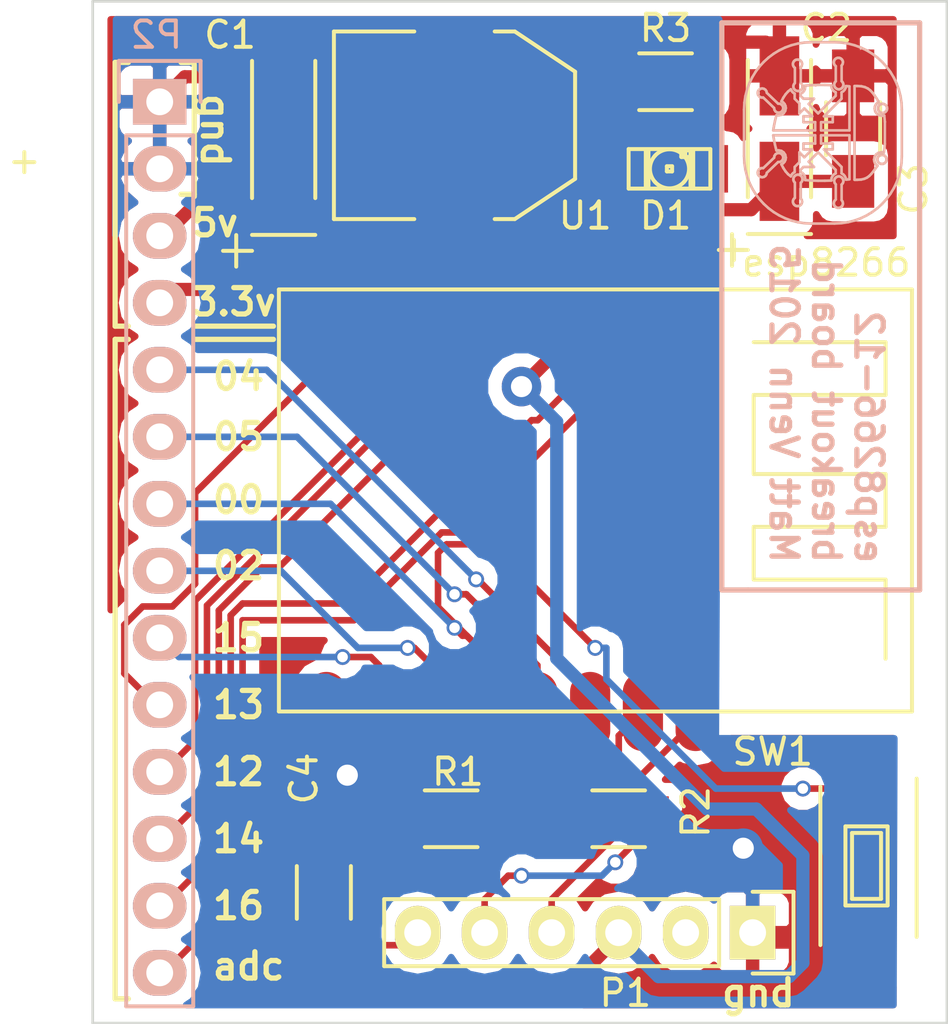
<source format=kicad_pcb>
(kicad_pcb (version 4) (host pcbnew "(2015-06-25 BZR 5821)-product")

  (general
    (links 38)
    (no_connects 0)
    (area 109.804999 101.549999 142.290001 140.385001)
    (thickness 1.6)
    (drawings 619)
    (tracks 210)
    (zones 0)
    (modules 13)
    (nets 19)
  )

  (page A4)
  (layers
    (0 F.Cu signal)
    (31 B.Cu signal)
    (32 B.Adhes user hide)
    (33 F.Adhes user hide)
    (34 B.Paste user hide)
    (35 F.Paste user hide)
    (36 B.SilkS user)
    (37 F.SilkS user)
    (38 B.Mask user)
    (39 F.Mask user)
    (40 Dwgs.User user hide)
    (41 Cmts.User user hide)
    (42 Eco1.User user hide)
    (43 Eco2.User user hide)
    (44 Edge.Cuts user)
    (45 Margin user hide)
    (46 B.CrtYd user hide)
    (47 F.CrtYd user)
    (48 B.Fab user hide)
    (49 F.Fab user hide)
  )

  (setup
    (last_trace_width 0.25)
    (trace_clearance 0.2)
    (zone_clearance 0.508)
    (zone_45_only no)
    (trace_min 0.2)
    (segment_width 0.2)
    (edge_width 0.1)
    (via_size 0.6)
    (via_drill 0.4)
    (via_min_size 0.4)
    (via_min_drill 0.3)
    (uvia_size 0.3)
    (uvia_drill 0.1)
    (uvias_allowed no)
    (uvia_min_size 0.2)
    (uvia_min_drill 0.1)
    (pcb_text_width 0.3)
    (pcb_text_size 1.5 1.5)
    (mod_edge_width 0.15)
    (mod_text_size 1 1)
    (mod_text_width 0.15)
    (pad_size 1.5 1.5)
    (pad_drill 0.6)
    (pad_to_mask_clearance 0)
    (aux_axis_origin 109.855 101.473)
    (grid_origin 52.705 145.415)
    (visible_elements FFFEFF7F)
    (pcbplotparams
      (layerselection 0x010f0_80000001)
      (usegerberextensions false)
      (excludeedgelayer true)
      (linewidth 0.100000)
      (plotframeref false)
      (viasonmask false)
      (mode 1)
      (useauxorigin false)
      (hpglpennumber 1)
      (hpglpenspeed 20)
      (hpglpendiameter 15)
      (hpglpenoverlay 2)
      (psnegative false)
      (psa4output false)
      (plotreference true)
      (plotvalue true)
      (plotinvisibletext false)
      (padsonsilk false)
      (subtractmaskfromsilk false)
      (outputformat 1)
      (mirror false)
      (drillshape 0)
      (scaleselection 1)
      (outputdirectory fab/))
  )

  (net 0 "")
  (net 1 GND)
  (net 2 +5V)
  (net 3 +3V3)
  (net 4 "Net-(C4-Pad1)")
  (net 5 /gpio0)
  (net 6 /reset)
  (net 7 /rx)
  (net 8 /tx)
  (net 9 /gpio5)
  (net 10 /gpio4)
  (net 11 /gpio2)
  (net 12 /gpio15)
  (net 13 /gpio13)
  (net 14 /gpio12)
  (net 15 /gpio14)
  (net 16 /gpio16)
  (net 17 /adc)
  (net 18 "Net-(D1-Pad1)")

  (net_class Default "This is the default net class."
    (clearance 0.2)
    (trace_width 0.25)
    (via_dia 0.6)
    (via_drill 0.4)
    (uvia_dia 0.3)
    (uvia_drill 0.1)
    (add_net /adc)
    (add_net /gpio0)
    (add_net /gpio12)
    (add_net /gpio13)
    (add_net /gpio14)
    (add_net /gpio15)
    (add_net /gpio16)
    (add_net /gpio2)
    (add_net /gpio4)
    (add_net /gpio5)
    (add_net /reset)
    (add_net /rx)
    (add_net /tx)
    (add_net "Net-(C4-Pad1)")
    (add_net "Net-(D1-Pad1)")
  )

  (net_class etch ""
    (clearance 0.4)
    (trace_width 0.5)
    (via_dia 1.5)
    (via_drill 0.8)
    (uvia_dia 0.3)
    (uvia_drill 0.1)
    (add_net +3V3)
    (add_net +5V)
    (add_net GND)
  )

  (module LEDs:LED-1206 (layer F.Cu) (tedit 5538B1FB) (tstamp 55B376F4)
    (at 131.72186 107.95 180)
    (descr "LED 1206 smd package")
    (tags "LED1206 SMD")
    (path /55B2ABC8)
    (attr smd)
    (fp_text reference D1 (at 0.14986 -1.778 180) (layer F.SilkS)
      (effects (font (size 1 1) (thickness 0.15)))
    )
    (fp_text value LED (at 0 1.65 180) (layer F.Fab)
      (effects (font (size 1 1) (thickness 0.15)))
    )
    (fp_line (start 0.09906 0.09906) (end -0.09906 0.09906) (layer F.SilkS) (width 0.15))
    (fp_line (start -0.09906 0.09906) (end -0.09906 -0.09906) (layer F.SilkS) (width 0.15))
    (fp_line (start 0.09906 -0.09906) (end -0.09906 -0.09906) (layer F.SilkS) (width 0.15))
    (fp_line (start 0.09906 0.09906) (end 0.09906 -0.09906) (layer F.SilkS) (width 0.15))
    (fp_line (start -0.44958 0.6985) (end -0.79756 0.6985) (layer F.SilkS) (width 0.15))
    (fp_line (start -0.79756 0.6985) (end -0.79756 0.44958) (layer F.SilkS) (width 0.15))
    (fp_line (start -0.44958 0.44958) (end -0.79756 0.44958) (layer F.SilkS) (width 0.15))
    (fp_line (start -0.44958 0.6985) (end -0.44958 0.44958) (layer F.SilkS) (width 0.15))
    (fp_line (start -0.79756 0.6985) (end -0.89916 0.6985) (layer F.SilkS) (width 0.15))
    (fp_line (start -0.89916 0.6985) (end -0.89916 -0.49784) (layer F.SilkS) (width 0.15))
    (fp_line (start -0.79756 -0.49784) (end -0.89916 -0.49784) (layer F.SilkS) (width 0.15))
    (fp_line (start -0.79756 0.6985) (end -0.79756 -0.49784) (layer F.SilkS) (width 0.15))
    (fp_line (start -0.79756 -0.54864) (end -0.89916 -0.54864) (layer F.SilkS) (width 0.15))
    (fp_line (start -0.89916 -0.54864) (end -0.89916 -0.6985) (layer F.SilkS) (width 0.15))
    (fp_line (start -0.79756 -0.6985) (end -0.89916 -0.6985) (layer F.SilkS) (width 0.15))
    (fp_line (start -0.79756 -0.54864) (end -0.79756 -0.6985) (layer F.SilkS) (width 0.15))
    (fp_line (start 0.89916 0.6985) (end 0.79756 0.6985) (layer F.SilkS) (width 0.15))
    (fp_line (start 0.79756 0.6985) (end 0.79756 -0.49784) (layer F.SilkS) (width 0.15))
    (fp_line (start 0.89916 -0.49784) (end 0.79756 -0.49784) (layer F.SilkS) (width 0.15))
    (fp_line (start 0.89916 0.6985) (end 0.89916 -0.49784) (layer F.SilkS) (width 0.15))
    (fp_line (start 0.89916 -0.54864) (end 0.79756 -0.54864) (layer F.SilkS) (width 0.15))
    (fp_line (start 0.79756 -0.54864) (end 0.79756 -0.6985) (layer F.SilkS) (width 0.15))
    (fp_line (start 0.89916 -0.6985) (end 0.79756 -0.6985) (layer F.SilkS) (width 0.15))
    (fp_line (start 0.89916 -0.54864) (end 0.89916 -0.6985) (layer F.SilkS) (width 0.15))
    (fp_line (start -0.44958 0.6985) (end -0.59944 0.6985) (layer F.SilkS) (width 0.15))
    (fp_line (start -0.59944 0.6985) (end -0.59944 0.44958) (layer F.SilkS) (width 0.15))
    (fp_line (start -0.44958 0.44958) (end -0.59944 0.44958) (layer F.SilkS) (width 0.15))
    (fp_line (start -0.44958 0.6985) (end -0.44958 0.44958) (layer F.SilkS) (width 0.15))
    (fp_line (start -1.5494 0.7493) (end 1.5494 0.7493) (layer F.SilkS) (width 0.15))
    (fp_line (start 1.5494 0.7493) (end 1.5494 -0.7493) (layer F.SilkS) (width 0.15))
    (fp_line (start 1.5494 -0.7493) (end -1.5494 -0.7493) (layer F.SilkS) (width 0.15))
    (fp_line (start -1.5494 -0.7493) (end -1.5494 0.7493) (layer F.SilkS) (width 0.15))
    (fp_arc (start 0 0) (end -0.54864 0.49784) (angle -95.4) (layer F.SilkS) (width 0.15))
    (fp_arc (start 0 0) (end 0.54864 0.49784) (angle -84.5) (layer F.SilkS) (width 0.15))
    (fp_arc (start 0 0) (end 0.54864 -0.49784) (angle -95.4) (layer F.SilkS) (width 0.15))
    (fp_arc (start 0 0) (end -0.54864 -0.49784) (angle -84.5) (layer F.SilkS) (width 0.15))
    (pad 2 smd rect (at 1.41986 0) (size 1.59766 1.80086) (layers F.Cu F.Paste F.Mask)
      (net 3 +3V3))
    (pad 1 smd rect (at -1.41986 0) (size 1.59766 1.80086) (layers F.Cu F.Paste F.Mask)
      (net 18 "Net-(D1-Pad1)"))
  )

  (module Pin_Headers:Pin_Header_Straight_1x06 (layer F.Cu) (tedit 0) (tstamp 55AD31BD)
    (at 134.874 136.906 270)
    (descr "Through hole pin header")
    (tags "pin header")
    (path /55AD3AED)
    (fp_text reference P1 (at 2.286 4.826 540) (layer F.SilkS)
      (effects (font (size 1 1) (thickness 0.15)))
    )
    (fp_text value ftdi (at 0 -3.1 270) (layer F.Fab)
      (effects (font (size 1 1) (thickness 0.15)))
    )
    (fp_line (start -1.75 -1.75) (end -1.75 14.45) (layer F.CrtYd) (width 0.05))
    (fp_line (start 1.75 -1.75) (end 1.75 14.45) (layer F.CrtYd) (width 0.05))
    (fp_line (start -1.75 -1.75) (end 1.75 -1.75) (layer F.CrtYd) (width 0.05))
    (fp_line (start -1.75 14.45) (end 1.75 14.45) (layer F.CrtYd) (width 0.05))
    (fp_line (start 1.27 1.27) (end 1.27 13.97) (layer F.SilkS) (width 0.15))
    (fp_line (start 1.27 13.97) (end -1.27 13.97) (layer F.SilkS) (width 0.15))
    (fp_line (start -1.27 13.97) (end -1.27 1.27) (layer F.SilkS) (width 0.15))
    (fp_line (start 1.55 -1.55) (end 1.55 0) (layer F.SilkS) (width 0.15))
    (fp_line (start 1.27 1.27) (end -1.27 1.27) (layer F.SilkS) (width 0.15))
    (fp_line (start -1.55 0) (end -1.55 -1.55) (layer F.SilkS) (width 0.15))
    (fp_line (start -1.55 -1.55) (end 1.55 -1.55) (layer F.SilkS) (width 0.15))
    (pad 1 thru_hole rect (at 0 0 270) (size 2.032 1.7272) (drill 1.016) (layers *.Cu *.Mask F.SilkS)
      (net 1 GND))
    (pad 2 thru_hole oval (at 0 2.54 270) (size 2.032 1.7272) (drill 1.016) (layers *.Cu *.Mask F.SilkS))
    (pad 3 thru_hole oval (at 0 5.08 270) (size 2.032 1.7272) (drill 1.016) (layers *.Cu *.Mask F.SilkS)
      (net 3 +3V3))
    (pad 4 thru_hole oval (at 0 7.62 270) (size 2.032 1.7272) (drill 1.016) (layers *.Cu *.Mask F.SilkS)
      (net 7 /rx))
    (pad 5 thru_hole oval (at 0 10.16 270) (size 2.032 1.7272) (drill 1.016) (layers *.Cu *.Mask F.SilkS)
      (net 8 /tx))
    (pad 6 thru_hole oval (at 0 12.7 270) (size 2.032 1.7272) (drill 1.016) (layers *.Cu *.Mask F.SilkS)
      (net 4 "Net-(C4-Pad1)"))
    (model Pin_Headers.3dshapes/Pin_Header_Straight_1x06.wrl
      (at (xyz 0 -0.25 0))
      (scale (xyz 1 1 1))
      (rotate (xyz 0 0 90))
    )
  )

  (module Pin_Headers:Pin_Header_Straight_1x14 (layer B.Cu) (tedit 0) (tstamp 55B263AC)
    (at 112.395 105.41 180)
    (descr "Through hole pin header")
    (tags "pin header")
    (path /55AD4557)
    (fp_text reference P2 (at 0.127 2.54 180) (layer B.SilkS)
      (effects (font (size 1 1) (thickness 0.15)) (justify mirror))
    )
    (fp_text value CONN_01X14 (at -3.175 8.255 180) (layer B.Fab)
      (effects (font (size 1 1) (thickness 0.15)) (justify mirror))
    )
    (fp_line (start -1.75 1.75) (end -1.75 -34.8) (layer B.CrtYd) (width 0.05))
    (fp_line (start 1.75 1.75) (end 1.75 -34.8) (layer B.CrtYd) (width 0.05))
    (fp_line (start -1.75 1.75) (end 1.75 1.75) (layer B.CrtYd) (width 0.05))
    (fp_line (start -1.75 -34.8) (end 1.75 -34.8) (layer B.CrtYd) (width 0.05))
    (fp_line (start -1.27 -1.27) (end -1.27 -34.29) (layer B.SilkS) (width 0.15))
    (fp_line (start -1.27 -34.29) (end 1.27 -34.29) (layer B.SilkS) (width 0.15))
    (fp_line (start 1.27 -34.29) (end 1.27 -1.27) (layer B.SilkS) (width 0.15))
    (fp_line (start 1.55 1.55) (end 1.55 0) (layer B.SilkS) (width 0.15))
    (fp_line (start 1.27 -1.27) (end -1.27 -1.27) (layer B.SilkS) (width 0.15))
    (fp_line (start -1.55 0) (end -1.55 1.55) (layer B.SilkS) (width 0.15))
    (fp_line (start -1.55 1.55) (end 1.55 1.55) (layer B.SilkS) (width 0.15))
    (pad 1 thru_hole rect (at 0 0 180) (size 2.032 1.7272) (drill 1.016) (layers *.Cu *.Mask B.SilkS)
      (net 1 GND))
    (pad 2 thru_hole oval (at 0 -2.54 180) (size 2.032 1.7272) (drill 1.016) (layers *.Cu *.Mask B.SilkS)
      (net 1 GND))
    (pad 3 thru_hole oval (at 0 -5.08 180) (size 2.032 1.7272) (drill 1.016) (layers *.Cu *.Mask B.SilkS)
      (net 2 +5V))
    (pad 4 thru_hole oval (at 0 -7.62 180) (size 2.032 1.7272) (drill 1.016) (layers *.Cu *.Mask B.SilkS)
      (net 3 +3V3))
    (pad 5 thru_hole oval (at 0 -10.16 180) (size 2.032 1.7272) (drill 1.016) (layers *.Cu *.Mask B.SilkS)
      (net 10 /gpio4))
    (pad 6 thru_hole oval (at 0 -12.7 180) (size 2.032 1.7272) (drill 1.016) (layers *.Cu *.Mask B.SilkS)
      (net 9 /gpio5))
    (pad 7 thru_hole oval (at 0 -15.24 180) (size 2.032 1.7272) (drill 1.016) (layers *.Cu *.Mask B.SilkS)
      (net 5 /gpio0))
    (pad 8 thru_hole oval (at 0 -17.78 180) (size 2.032 1.7272) (drill 1.016) (layers *.Cu *.Mask B.SilkS)
      (net 11 /gpio2))
    (pad 9 thru_hole oval (at 0 -20.32 180) (size 2.032 1.7272) (drill 1.016) (layers *.Cu *.Mask B.SilkS)
      (net 12 /gpio15))
    (pad 10 thru_hole oval (at 0 -22.86 180) (size 2.032 1.7272) (drill 1.016) (layers *.Cu *.Mask B.SilkS)
      (net 13 /gpio13))
    (pad 11 thru_hole oval (at 0 -25.4 180) (size 2.032 1.7272) (drill 1.016) (layers *.Cu *.Mask B.SilkS)
      (net 14 /gpio12))
    (pad 12 thru_hole oval (at 0 -27.94 180) (size 2.032 1.7272) (drill 1.016) (layers *.Cu *.Mask B.SilkS)
      (net 15 /gpio14))
    (pad 13 thru_hole oval (at 0 -30.48 180) (size 2.032 1.7272) (drill 1.016) (layers *.Cu *.Mask B.SilkS)
      (net 16 /gpio16))
    (pad 14 thru_hole oval (at 0 -33.02 180) (size 2.032 1.7272) (drill 1.016) (layers *.Cu *.Mask B.SilkS)
      (net 17 /adc))
    (model Pin_Headers.3dshapes/Pin_Header_Straight_1x14.wrl
      (at (xyz 0 -0.65 0))
      (scale (xyz 1 1 1))
      (rotate (xyz 0 0 90))
    )
  )

  (module Capacitors_Tantalum_SMD:TantalC_SizeA_EIA-3216_HandSoldering (layer F.Cu) (tedit 0) (tstamp 55B28615)
    (at 117.094 106.45902 90)
    (descr "Tantal Cap. , Size A, EIA-3216, Hand Soldering,")
    (tags "Tantal Cap. , Size A, EIA-3216, Hand Soldering,")
    (path /55AD3174)
    (attr smd)
    (fp_text reference C1 (at 3.58902 -2.032 180) (layer F.SilkS)
      (effects (font (size 1 1) (thickness 0.15)))
    )
    (fp_text value 10uf (at -0.09906 3.0988 90) (layer F.Fab)
      (effects (font (size 1 1) (thickness 0.15)))
    )
    (fp_text user + (at -1.23698 -9.906 90) (layer F.SilkS)
      (effects (font (size 1 1) (thickness 0.15)))
    )
    (fp_line (start -2.60096 1.19888) (end 2.60096 1.19888) (layer F.SilkS) (width 0.15))
    (fp_line (start 2.60096 -1.19888) (end -2.60096 -1.19888) (layer F.SilkS) (width 0.15))
    (fp_line (start -4.59994 -2.2987) (end -4.59994 -1.19888) (layer F.SilkS) (width 0.15))
    (fp_line (start -5.19938 -1.79832) (end -4.0005 -1.79832) (layer F.SilkS) (width 0.15))
    (fp_line (start -3.99542 -1.19888) (end -3.99542 1.19888) (layer F.SilkS) (width 0.15))
    (pad 2 smd rect (at 1.99898 0 90) (size 2.99974 1.50114) (layers F.Cu F.Paste F.Mask)
      (net 1 GND))
    (pad 1 smd rect (at -1.99898 0 90) (size 2.99974 1.50114) (layers F.Cu F.Paste F.Mask)
      (net 2 +5V))
    (model Capacitors_Tantalum_SMD.3dshapes/TantalC_SizeA_EIA-3216_HandSoldering.wrl
      (at (xyz 0 0 0))
      (scale (xyz 1 1 1))
      (rotate (xyz 0 0 180))
    )
  )

  (module Capacitors_Tantalum_SMD:TantalC_SizeA_EIA-3216_HandSoldering (layer F.Cu) (tedit 0) (tstamp 55B2861A)
    (at 135.89 106.426 90)
    (descr "Tantal Cap. , Size A, EIA-3216, Hand Soldering,")
    (tags "Tantal Cap. , Size A, EIA-3216, Hand Soldering,")
    (path /55AD317B)
    (attr smd)
    (fp_text reference C2 (at 3.81 1.778 180) (layer F.SilkS)
      (effects (font (size 1 1) (thickness 0.15)))
    )
    (fp_text value 10uf (at -0.09906 3.0988 90) (layer F.Fab)
      (effects (font (size 1 1) (thickness 0.15)))
    )
    (fp_text user + (at -4.59994 -1.80086 90) (layer F.SilkS)
      (effects (font (size 1 1) (thickness 0.15)))
    )
    (fp_line (start -2.60096 1.19888) (end 2.60096 1.19888) (layer F.SilkS) (width 0.15))
    (fp_line (start 2.60096 -1.19888) (end -2.60096 -1.19888) (layer F.SilkS) (width 0.15))
    (fp_line (start -4.59994 -2.2987) (end -4.59994 -1.19888) (layer F.SilkS) (width 0.15))
    (fp_line (start -5.19938 -1.79832) (end -4.0005 -1.79832) (layer F.SilkS) (width 0.15))
    (fp_line (start -3.99542 -1.19888) (end -3.99542 1.19888) (layer F.SilkS) (width 0.15))
    (pad 2 smd rect (at 1.99898 0 90) (size 2.99974 1.50114) (layers F.Cu F.Paste F.Mask)
      (net 1 GND))
    (pad 1 smd rect (at -1.99898 0 90) (size 2.99974 1.50114) (layers F.Cu F.Paste F.Mask)
      (net 3 +3V3))
    (model Capacitors_Tantalum_SMD.3dshapes/TantalC_SizeA_EIA-3216_HandSoldering.wrl
      (at (xyz 0 0 0))
      (scale (xyz 1 1 1))
      (rotate (xyz 0 0 180))
    )
  )

  (module Capacitors_SMD:C_1206_HandSoldering (layer F.Cu) (tedit 541A9C03) (tstamp 55B2861F)
    (at 138.684 106.426 90)
    (descr "Capacitor SMD 1206, hand soldering")
    (tags "capacitor 1206")
    (path /55AD318E)
    (attr smd)
    (fp_text reference C3 (at -2.286 2.286 270) (layer F.SilkS)
      (effects (font (size 1 1) (thickness 0.15)))
    )
    (fp_text value 0.1uf (at 0 2.3 90) (layer F.Fab)
      (effects (font (size 1 1) (thickness 0.15)))
    )
    (fp_line (start -3.3 -1.15) (end 3.3 -1.15) (layer F.CrtYd) (width 0.05))
    (fp_line (start -3.3 1.15) (end 3.3 1.15) (layer F.CrtYd) (width 0.05))
    (fp_line (start -3.3 -1.15) (end -3.3 1.15) (layer F.CrtYd) (width 0.05))
    (fp_line (start 3.3 -1.15) (end 3.3 1.15) (layer F.CrtYd) (width 0.05))
    (fp_line (start 1 -1.025) (end -1 -1.025) (layer F.SilkS) (width 0.15))
    (fp_line (start -1 1.025) (end 1 1.025) (layer F.SilkS) (width 0.15))
    (pad 1 smd rect (at -2 0 90) (size 2 1.6) (layers F.Cu F.Paste F.Mask)
      (net 3 +3V3))
    (pad 2 smd rect (at 2 0 90) (size 2 1.6) (layers F.Cu F.Paste F.Mask)
      (net 1 GND))
    (model Capacitors_SMD.3dshapes/C_1206_HandSoldering.wrl
      (at (xyz 0 0 0))
      (scale (xyz 1 1 1))
      (rotate (xyz 0 0 0))
    )
  )

  (module Capacitors_SMD:C_1206_HandSoldering (layer F.Cu) (tedit 541A9C03) (tstamp 55B28624)
    (at 118.618 135.382 90)
    (descr "Capacitor SMD 1206, hand soldering")
    (tags "capacitor 1206")
    (path /55AD3B1B)
    (attr smd)
    (fp_text reference C4 (at 4.318 -0.762 90) (layer F.SilkS)
      (effects (font (size 1 1) (thickness 0.15)))
    )
    (fp_text value 1uf (at 0 2.3 90) (layer F.Fab)
      (effects (font (size 1 1) (thickness 0.15)))
    )
    (fp_line (start -3.3 -1.15) (end 3.3 -1.15) (layer F.CrtYd) (width 0.05))
    (fp_line (start -3.3 1.15) (end 3.3 1.15) (layer F.CrtYd) (width 0.05))
    (fp_line (start -3.3 -1.15) (end -3.3 1.15) (layer F.CrtYd) (width 0.05))
    (fp_line (start 3.3 -1.15) (end 3.3 1.15) (layer F.CrtYd) (width 0.05))
    (fp_line (start 1 -1.025) (end -1 -1.025) (layer F.SilkS) (width 0.15))
    (fp_line (start -1 1.025) (end 1 1.025) (layer F.SilkS) (width 0.15))
    (pad 1 smd rect (at -2 0 90) (size 2 1.6) (layers F.Cu F.Paste F.Mask)
      (net 4 "Net-(C4-Pad1)"))
    (pad 2 smd rect (at 2 0 90) (size 2 1.6) (layers F.Cu F.Paste F.Mask)
      (net 6 /reset))
    (model Capacitors_SMD.3dshapes/C_1206_HandSoldering.wrl
      (at (xyz 0 0 0))
      (scale (xyz 1 1 1))
      (rotate (xyz 0 0 0))
    )
  )

  (module Resistors_SMD:R_1206 (layer F.Cu) (tedit 5415CFA7) (tstamp 55B28629)
    (at 123.444 132.588 180)
    (descr "Resistor SMD 1206, reflow soldering, Vishay (see dcrcw.pdf)")
    (tags "resistor 1206")
    (path /55ACED8E)
    (attr smd)
    (fp_text reference R1 (at -0.254 1.778 360) (layer F.SilkS)
      (effects (font (size 1 1) (thickness 0.15)))
    )
    (fp_text value 10k (at 0 2.3 180) (layer F.Fab)
      (effects (font (size 1 1) (thickness 0.15)))
    )
    (fp_line (start -2.2 -1.2) (end 2.2 -1.2) (layer F.CrtYd) (width 0.05))
    (fp_line (start -2.2 1.2) (end 2.2 1.2) (layer F.CrtYd) (width 0.05))
    (fp_line (start -2.2 -1.2) (end -2.2 1.2) (layer F.CrtYd) (width 0.05))
    (fp_line (start 2.2 -1.2) (end 2.2 1.2) (layer F.CrtYd) (width 0.05))
    (fp_line (start 1 1.075) (end -1 1.075) (layer F.SilkS) (width 0.15))
    (fp_line (start -1 -1.075) (end 1 -1.075) (layer F.SilkS) (width 0.15))
    (pad 1 smd rect (at -1.45 0 180) (size 0.9 1.7) (layers F.Cu F.Paste F.Mask)
      (net 3 +3V3))
    (pad 2 smd rect (at 1.45 0 180) (size 0.9 1.7) (layers F.Cu F.Paste F.Mask)
      (net 6 /reset))
    (model Resistors_SMD.3dshapes/R_1206.wrl
      (at (xyz 0 0 0))
      (scale (xyz 1 1 1))
      (rotate (xyz 0 0 0))
    )
  )

  (module Resistors_SMD:R_1206 (layer F.Cu) (tedit 5415CFA7) (tstamp 55B2862E)
    (at 129.794 132.588)
    (descr "Resistor SMD 1206, reflow soldering, Vishay (see dcrcw.pdf)")
    (tags "resistor 1206")
    (path /55AD3D06)
    (attr smd)
    (fp_text reference R2 (at 2.921 -0.254 90) (layer F.SilkS)
      (effects (font (size 1 1) (thickness 0.15)))
    )
    (fp_text value 10k (at 0 2.3) (layer F.Fab)
      (effects (font (size 1 1) (thickness 0.15)))
    )
    (fp_line (start -2.2 -1.2) (end 2.2 -1.2) (layer F.CrtYd) (width 0.05))
    (fp_line (start -2.2 1.2) (end 2.2 1.2) (layer F.CrtYd) (width 0.05))
    (fp_line (start -2.2 -1.2) (end -2.2 1.2) (layer F.CrtYd) (width 0.05))
    (fp_line (start 2.2 -1.2) (end 2.2 1.2) (layer F.CrtYd) (width 0.05))
    (fp_line (start 1 1.075) (end -1 1.075) (layer F.SilkS) (width 0.15))
    (fp_line (start -1 -1.075) (end 1 -1.075) (layer F.SilkS) (width 0.15))
    (pad 1 smd rect (at -1.45 0) (size 0.9 1.7) (layers F.Cu F.Paste F.Mask)
      (net 12 /gpio15))
    (pad 2 smd rect (at 1.45 0) (size 0.9 1.7) (layers F.Cu F.Paste F.Mask)
      (net 1 GND))
    (model Resistors_SMD.3dshapes/R_1206.wrl
      (at (xyz 0 0 0))
      (scale (xyz 1 1 1))
      (rotate (xyz 0 0 0))
    )
  )

  (module SMD_Packages:SOT-223 (layer F.Cu) (tedit 0) (tstamp 55B288E3)
    (at 123.571 106.299 270)
    (descr "module CMS SOT223 4 pins")
    (tags "CMS SOT")
    (path /55AD3145)
    (attr smd)
    (fp_text reference U1 (at 3.429 -4.953 360) (layer F.SilkS)
      (effects (font (size 1 1) (thickness 0.15)))
    )
    (fp_text value AP1117D33 (at 0 0.762 270) (layer F.Fab)
      (effects (font (size 1 1) (thickness 0.15)))
    )
    (fp_line (start -3.556 1.524) (end -3.556 4.572) (layer F.SilkS) (width 0.15))
    (fp_line (start -3.556 4.572) (end 3.556 4.572) (layer F.SilkS) (width 0.15))
    (fp_line (start 3.556 4.572) (end 3.556 1.524) (layer F.SilkS) (width 0.15))
    (fp_line (start -3.556 -1.524) (end -3.556 -2.286) (layer F.SilkS) (width 0.15))
    (fp_line (start -3.556 -2.286) (end -2.032 -4.572) (layer F.SilkS) (width 0.15))
    (fp_line (start -2.032 -4.572) (end 2.032 -4.572) (layer F.SilkS) (width 0.15))
    (fp_line (start 2.032 -4.572) (end 3.556 -2.286) (layer F.SilkS) (width 0.15))
    (fp_line (start 3.556 -2.286) (end 3.556 -1.524) (layer F.SilkS) (width 0.15))
    (pad 4 smd rect (at 0 -3.302 270) (size 3.6576 2.032) (layers F.Cu F.Paste F.Mask))
    (pad 2 smd rect (at 0 3.302 270) (size 1.016 2.032) (layers F.Cu F.Paste F.Mask)
      (net 3 +3V3))
    (pad 3 smd rect (at 2.286 3.302 270) (size 1.016 2.032) (layers F.Cu F.Paste F.Mask)
      (net 2 +5V))
    (pad 1 smd rect (at -2.286 3.302 270) (size 1.016 2.032) (layers F.Cu F.Paste F.Mask)
      (net 1 GND))
    (model SMD_Packages.3dshapes/SOT-223.wrl
      (at (xyz 0 0 0))
      (scale (xyz 0.4 0.4 0.4))
      (rotate (xyz 0 0 0))
    )
  )

  (module esp8266-12:esp8266-12 (layer F.Cu) (tedit 55ACE67C) (tstamp 55B298D2)
    (at 118.714 112.622)
    (path /55ACECFB)
    (fp_text reference esp8266 (at 18.954 -1.116) (layer F.SilkS)
      (effects (font (size 1 1) (thickness 0.15)))
    )
    (fp_text value U2 (at 6.2 5.9) (layer F.Fab)
      (effects (font (size 1 1) (thickness 0.15)))
    )
    (fp_line (start 16.2 1.9) (end 21.2 1.9) (layer F.SilkS) (width 0.15))
    (fp_line (start 21.2 1.9) (end 21.2 3.9) (layer F.SilkS) (width 0.15))
    (fp_line (start 21.2 3.9) (end 16.2 3.9) (layer F.SilkS) (width 0.15))
    (fp_line (start 16.2 3.9) (end 16.2 6.9) (layer F.SilkS) (width 0.15))
    (fp_line (start 16.2 6.9) (end 21.2 6.9) (layer F.SilkS) (width 0.15))
    (fp_line (start 21.2 6.9) (end 21.2 8.9) (layer F.SilkS) (width 0.15))
    (fp_line (start 21.2 8.9) (end 16.2 8.9) (layer F.SilkS) (width 0.15))
    (fp_line (start 16.2 8.9) (end 16.2 10.9) (layer F.SilkS) (width 0.15))
    (fp_line (start 16.2 10.9) (end 21.2 10.9) (layer F.SilkS) (width 0.15))
    (fp_line (start 21.2 10.9) (end 21.2 13.9) (layer F.SilkS) (width 0.15))
    (fp_line (start -1.8 -0.1) (end -1.8 15.9) (layer F.SilkS) (width 0.15))
    (fp_line (start -1.8 15.9) (end 22.2 15.9) (layer F.SilkS) (width 0.15))
    (fp_line (start 22.2 15.9) (end 22.2 -0.1) (layer F.SilkS) (width 0.15))
    (fp_line (start 22.2 -0.1) (end -1.8 -0.1) (layer F.SilkS) (width 0.15))
    (pad 8 smd oval (at 0 -0.1) (size 1.524 3) (layers F.Cu F.Paste F.Mask)
      (net 3 +3V3))
    (pad 7 smd oval (at 2 -0.1) (size 1.524 3) (layers F.Cu F.Paste F.Mask)
      (net 13 /gpio13))
    (pad 6 smd oval (at 4 -0.1) (size 1.524 3) (layers F.Cu F.Paste F.Mask)
      (net 14 /gpio12))
    (pad 5 smd oval (at 6 -0.1) (size 1.524 3) (layers F.Cu F.Paste F.Mask)
      (net 15 /gpio14))
    (pad 4 smd oval (at 8 -0.1) (size 1.524 3) (layers F.Cu F.Paste F.Mask)
      (net 16 /gpio16))
    (pad 3 smd oval (at 10 -0.1) (size 1.524 3) (layers F.Cu F.Paste F.Mask)
      (net 3 +3V3))
    (pad 2 smd oval (at 12 -0.1) (size 1.524 3) (layers F.Cu F.Paste F.Mask)
      (net 17 /adc))
    (pad 1 smd oval (at 14 -0.1) (size 1.524 3) (layers F.Cu F.Paste F.Mask)
      (net 6 /reset))
    (pad 9 smd oval (at 0 15.9) (size 1.524 3) (layers F.Cu F.Paste F.Mask)
      (net 1 GND))
    (pad 10 smd oval (at 2 15.9) (size 1.524 3) (layers F.Cu F.Paste F.Mask)
      (net 12 /gpio15))
    (pad 11 smd oval (at 4 15.9) (size 1.524 3) (layers F.Cu F.Paste F.Mask)
      (net 11 /gpio2))
    (pad 12 smd oval (at 6 15.9) (size 1.524 3) (layers F.Cu F.Paste F.Mask)
      (net 5 /gpio0))
    (pad 13 smd oval (at 8 15.9) (size 1.524 3) (layers F.Cu F.Paste F.Mask)
      (net 9 /gpio5))
    (pad 14 smd oval (at 10 15.9) (size 1.524 3) (layers F.Cu F.Paste F.Mask)
      (net 10 /gpio4))
    (pad 15 smd oval (at 12 15.9) (size 1.524 3) (layers F.Cu F.Paste F.Mask)
      (net 7 /rx))
    (pad 16 smd oval (at 14 15.9) (size 1.524 3) (layers F.Cu F.Paste F.Mask)
      (net 8 /tx))
  )

  (module Resistors_SMD:R_1206 (layer F.Cu) (tedit 5415CFA7) (tstamp 55B376FA)
    (at 131.572 104.648 180)
    (descr "Resistor SMD 1206, reflow soldering, Vishay (see dcrcw.pdf)")
    (tags "resistor 1206")
    (path /55B2AC55)
    (attr smd)
    (fp_text reference R3 (at 0 2.032 180) (layer F.SilkS)
      (effects (font (size 1 1) (thickness 0.15)))
    )
    (fp_text value 68r (at 0 2.3 180) (layer F.Fab)
      (effects (font (size 1 1) (thickness 0.15)))
    )
    (fp_line (start -2.2 -1.2) (end 2.2 -1.2) (layer F.CrtYd) (width 0.05))
    (fp_line (start -2.2 1.2) (end 2.2 1.2) (layer F.CrtYd) (width 0.05))
    (fp_line (start -2.2 -1.2) (end -2.2 1.2) (layer F.CrtYd) (width 0.05))
    (fp_line (start 2.2 -1.2) (end 2.2 1.2) (layer F.CrtYd) (width 0.05))
    (fp_line (start 1 1.075) (end -1 1.075) (layer F.SilkS) (width 0.15))
    (fp_line (start -1 -1.075) (end 1 -1.075) (layer F.SilkS) (width 0.15))
    (pad 1 smd rect (at -1.45 0 180) (size 0.9 1.7) (layers F.Cu F.Paste F.Mask)
      (net 18 "Net-(D1-Pad1)"))
    (pad 2 smd rect (at 1.45 0 180) (size 0.9 1.7) (layers F.Cu F.Paste F.Mask)
      (net 1 GND))
    (model Resistors_SMD.3dshapes/R_1206.wrl
      (at (xyz 0 0 0))
      (scale (xyz 1 1 1))
      (rotate (xyz 0 0 0))
    )
  )

  (module matt:SW_SPST_FSMSM (layer F.Cu) (tedit 55B3776E) (tstamp 55B37936)
    (at 139.192 134.366 270)
    (descr http://www.te.com/commerce/DocumentDelivery/DDEController?Action=srchrtrv&DocNm=1437566-3&DocType=Customer+Drawing&DocLang=English)
    (tags "SPST button tactile switch")
    (path /55AD3B14)
    (attr smd)
    (fp_text reference SW1 (at -4.318 3.556 360) (layer F.SilkS)
      (effects (font (size 1 1) (thickness 0.15)))
    )
    (fp_text value SW_PUSH (at 0.2 2.7 270) (layer F.Fab)
      (effects (font (size 1 1) (thickness 0.15)))
    )
    (fp_line (start -1.23989 -0.55022) (end 1.26011 -0.55022) (layer F.SilkS) (width 0.15))
    (fp_line (start 1.26011 -0.55022) (end 1.26011 0.54978) (layer F.SilkS) (width 0.15))
    (fp_line (start 1.26011 0.54978) (end -1.23989 0.54978) (layer F.SilkS) (width 0.15))
    (fp_line (start -1.23989 0.54978) (end -1.23989 -0.55022) (layer F.SilkS) (width 0.15))
    (fp_line (start -1.48989 0.79978) (end 1.51011 0.79978) (layer F.SilkS) (width 0.15))
    (fp_line (start -1.48989 -0.80022) (end 1.51011 -0.80022) (layer F.SilkS) (width 0.15))
    (fp_line (start 1.51011 -0.80022) (end 1.51011 0.79978) (layer F.SilkS) (width 0.15))
    (fp_line (start -1.48989 -0.80022) (end -1.48989 0.79978) (layer F.SilkS) (width 0.15))
    (fp_line (start -4.3 1.9) (end 4.3 1.9) (layer F.CrtYd) (width 0.05))
    (fp_line (start 4.3 -2) (end 4.3 1.95) (layer F.CrtYd) (width 0.05))
    (fp_line (start -2.98989 1.74978) (end 3.01011 1.74978) (layer F.SilkS) (width 0.15))
    (fp_line (start -3.3 -1.9) (end 2.7 -1.9) (layer F.SilkS) (width 0.15))
    (fp_line (start -4.3 -2) (end -4.3 1.95) (layer F.CrtYd) (width 0.05))
    (fp_line (start -4.3 -2) (end 4.3 -2) (layer F.CrtYd) (width 0.05))
    (pad 1 smd rect (at -2.9 -0.00232 270) (size 2.18 1.6) (layers F.Cu F.Paste F.Mask)
      (net 5 /gpio0))
    (pad 2 smd rect (at 2.9 0.00232 270) (size 2.18 1.6) (layers F.Cu F.Paste F.Mask)
      (net 1 GND))
  )

  (gr_line (start 113.705 113.915) (end 116.705 113.915) (layer F.SilkS) (width 0.2))
  (gr_line (start 113.705 114.415) (end 116.705 114.415) (layer F.SilkS) (width 0.2))
  (gr_line (start 113.705 108.915) (end 113.205 108.915) (layer F.SilkS) (width 0.2))
  (gr_line (start 113.205 103.915) (end 113.705 103.915) (layer F.SilkS) (width 0.2))
  (gr_line (start 110.705 139.415) (end 111.205 139.415) (layer F.SilkS) (width 0.2))
  (gr_line (start 110.705 114.415) (end 110.705 139.415) (layer F.SilkS) (width 0.2))
  (gr_line (start 111.205 114.415) (end 110.705 114.415) (layer F.SilkS) (width 0.2))
  (gr_line (start 110.705 103.915) (end 111.205 103.915) (layer F.SilkS) (width 0.2))
  (gr_line (start 110.705 113.915) (end 111.205 113.915) (layer F.SilkS) (width 0.2))
  (gr_line (start 110.705 103.915) (end 110.705 113.915) (layer F.SilkS) (width 0.2))
  (gr_line (start 133.705 123.915) (end 133.705 102.415) (layer B.SilkS) (width 0.2))
  (gr_line (start 134.705 123.915) (end 133.705 123.915) (layer B.SilkS) (width 0.2))
  (gr_line (start 141.205 123.915) (end 134.705 123.915) (layer B.SilkS) (width 0.2))
  (gr_line (start 141.205 102.415) (end 141.205 123.915) (layer B.SilkS) (width 0.2))
  (gr_line (start 133.705 102.415) (end 141.205 102.415) (layer B.SilkS) (width 0.2))
  (gr_line (start 136.54045 103.810718) (end 136.50795 103.820864) (layer B.SilkS) (width 0.1))
  (gr_line (start 139.68027 107.73678) (end 139.65466 107.71561) (layer B.SilkS) (width 0.1))
  (gr_line (start 138.26831 103.817662) (end 138.24716 103.792) (layer B.SilkS) (width 0.1))
  (gr_line (start 138.54431 106.49285) (end 138.54431 104.82618) (layer B.SilkS) (width 0.1))
  (gr_line (start 135.77694 105.9144) (end 135.74699 106.02953) (layer B.SilkS) (width 0.1))
  (gr_line (start 136.80054 106.9904) (end 136.80054 107.21262) (layer B.SilkS) (width 0.1))
  (gr_line (start 135.74162 105.77497) (end 135.79978 105.81164) (layer B.SilkS) (width 0.1))
  (gr_line (start 135.98088 105.52458) (end 135.91344 105.4845) (layer B.SilkS) (width 0.1))
  (gr_line (start 137.13388 105.95954) (end 136.83385 105.65951) (layer B.SilkS) (width 0.1))
  (gr_line (start 139.41703 105.06223) (end 139.33478 104.97483) (layer B.SilkS) (width 0.1))
  (gr_line (start 135.076475 108.15811) (end 135.11315 108.21626) (layer B.SilkS) (width 0.1))
  (gr_line (start 137.97513 103.15029) (end 138.23723 103.163419) (layer B.SilkS) (width 0.1))
  (gr_line (start 136.21786 105.01732) (end 136.12389 105.123) (layer B.SilkS) (width 0.1))
  (gr_line (start 138.46732 108.35342) (end 138.41236 108.35846) (layer B.SilkS) (width 0.1))
  (gr_line (start 138.54431 104.82618) (end 138.53513 104.82521) (layer B.SilkS) (width 0.1))
  (gr_line (start 136.75899 108.38423) (end 136.76354 108.34441) (layer B.SilkS) (width 0.1))
  (gr_line (start 140.09585 104.27529) (end 140.22361 104.48601) (layer B.SilkS) (width 0.1))
  (gr_line (start 139.1955 103.457907) (end 139.40623 103.585675) (layer B.SilkS) (width 0.1))
  (gr_line (start 138.31318 104.76172) (end 138.30863 104.72185) (layer B.SilkS) (width 0.1))
  (gr_line (start 138.2955 104.68533) (end 138.27493 104.65311) (layer B.SilkS) (width 0.1))
  (gr_line (start 136.13246 107.52583) (end 136.1106 107.41728) (layer B.SilkS) (width 0.1))
  (gr_line (start 136.71878 103.883634) (end 136.69768 103.857972) (layer B.SilkS) (width 0.1))
  (gr_line (start 135.68851 105.64303) (end 135.70039 105.71355) (layer B.SilkS) (width 0.1))
  (gr_line (start 135.118737 105.20064) (end 135.153135 105.22619) (layer B.SilkS) (width 0.1))
  (gr_line (start 139.86559 105.92829) (end 139.77704 105.94287) (layer B.SilkS) (width 0.1))
  (gr_line (start 137.99661 108.31386) (end 137.98067 108.34328) (layer B.SilkS) (width 0.1))
  (gr_line (start 135.169519 104.91651) (end 135.11315 104.95585) (layer B.SilkS) (width 0.1))
  (gr_line (start 136.71298 104.95004) (end 136.73409 104.92443) (layer B.SilkS) (width 0.1))
  (gr_line (start 140.4167 104.94461) (end 140.47953 105.18994) (layer B.SilkS) (width 0.1))
  (gr_line (start 135.6623 106.44668) (end 135.65715 106.48086) (layer B.SilkS) (width 0.1))
  (gr_line (start 136.44561 104.095059) (end 136.476 104.122187) (layer B.SilkS) (width 0.1))
  (gr_line (start 140.33098 108.46604) (end 140.22361 108.68962) (layer B.SilkS) (width 0.1))
  (gr_line (start 139.58066 105.8615) (end 139.52114 105.77323) (layer B.SilkS) (width 0.1))
  (gr_line (start 138.27493 108.519) (end 138.2955 108.48687) (layer B.SilkS) (width 0.1))
  (gr_line (start 138.36066 104.95596) (end 138.30934 105.01021) (layer B.SilkS) (width 0.1))
  (gr_line (start 136.73468 103.91304) (end 136.71878 103.883634) (layer B.SilkS) (width 0.1))
  (gr_line (start 135.96514 105.39042) (end 136.03291 105.43242) (layer B.SilkS) (width 0.1))
  (gr_line (start 136.08581 105.49154) (end 136.1202 105.56408) (layer B.SilkS) (width 0.1))
  (gr_line (start 136.32343 104.93664) (end 136.32209 104.93729) (layer B.SilkS) (width 0.1))
  (gr_line (start 136.74824 103.980476) (end 136.74477 103.945537) (layer B.SilkS) (width 0.1))
  (gr_line (start 135.396679 105.00597) (end 135.357617 104.95032) (layer B.SilkS) (width 0.1))
  (gr_line (start 138.15959 103.744746) (end 138.12466 103.741273) (layer B.SilkS) (width 0.1))
  (gr_line (start 135.67315 103.585675) (end 135.88387 103.457907) (layer B.SilkS) (width 0.1))
  (gr_line (start 135.74162 107.39714) (end 135.70044 107.45855) (layer B.SilkS) (width 0.1))
  (gr_line (start 135.93004 107.3634) (end 135.86521 107.34923) (layer B.SilkS) (width 0.1))
  (gr_line (start 137.957 103.956984) (end 137.97193 103.995614) (layer B.SilkS) (width 0.1))
  (gr_line (start 137.98067 104.82905) (end 137.99661 104.85846) (layer B.SilkS) (width 0.1))
  (gr_line (start 137.57832 107.21262) (end 137.91166 107.21262) (layer B.SilkS) (width 0.1))
  (gr_line (start 137.90216 108.2244) (end 137.86771 108.29683) (layer B.SilkS) (width 0.1))
  (gr_line (start 135.191329 105.24208) (end 135.231639 105.24833) (layer B.SilkS) (width 0.1))
  (gr_line (start 136.40204 103.980476) (end 136.40736 104.022957) (layer B.SilkS) (width 0.1))
  (gr_line (start 138.29788 109.25793) (end 138.28449 109.19087) (layer B.SilkS) (width 0.1))
  (gr_line (start 136.46721 107.87929) (end 136.46721 108.07444) (layer B.SilkS) (width 0.1))
  (gr_line (start 138.73745 108.36579) (end 138.77146 108.36611) (layer B.SilkS) (width 0.1))
  (gr_line (start 139.61754 107.52583) (end 139.63349 107.49643) (layer B.SilkS) (width 0.1))
  (gr_line (start 135.65541 106.67932) (end 137.24499 106.67932) (layer B.SilkS) (width 0.1))
  (gr_line (start 138.28372 104.85846) (end 138.29961 104.82905) (layer B.SilkS) (width 0.1))
  (gr_line (start 135.91361 107.68751) (end 135.98088 107.64753) (layer B.SilkS) (width 0.1))
  (gr_line (start 137.86771 108.29683) (end 137.85539 108.37897) (layer B.SilkS) (width 0.1))
  (gr_line (start 135.065299 105.07939) (end 135.079458 105.14422) (layer B.SilkS) (width 0.1))
  (gr_line (start 135.6839 106.32151) (end 135.6712 106.39269) (layer B.SilkS) (width 0.1))
  (gr_line (start 135.153135 105.22619) (end 135.191329 105.24208) (layer B.SilkS) (width 0.1))
  (gr_line (start 139.89945 107.47082) (end 139.9206 107.49643) (layer B.SilkS) (width 0.1))
  (gr_line (start 139.77704 107.42015) (end 139.81193 107.42362) (layer B.SilkS) (width 0.1))
  (gr_line (start 136.64273 109.35119) (end 136.67207 109.33523) (layer B.SilkS) (width 0.1))
  (gr_line (start 139.87384 107.73678) (end 139.84443 107.75272) (layer B.SilkS) (width 0.1))
  (gr_line (start 140.09585 108.90035) (end 139.94898 109.09701) (layer B.SilkS) (width 0.1))
  (gr_line (start 139.79924 105.83301) (end 139.79924 105.83301) (layer B.SilkS) (width 0.1))
  (gr_line (start 135.357617 108.22179) (end 135.396679 108.16608) (layer B.SilkS) (width 0.1))
  (gr_line (start 136.57534 109.36486) (end 136.61023 109.36133) (layer B.SilkS) (width 0.1))
  (gr_line (start 137.91166 105.95954) (end 137.91166 106.18176) (layer B.SilkS) (width 0.1))
  (gr_line (start 139.60745 107.55833) (end 139.61754 107.52583) (layer B.SilkS) (width 0.1))
  (gr_line (start 138.02277 108.12343) (end 138.02277 108.12343) (layer B.SilkS) (width 0.1))
  (gr_line (start 137.00052 105.49285) (end 137.3561 105.84843) (layer B.SilkS) (width 0.1))
  (gr_line (start 139.89603 105.80339) (end 139.86663 105.8194) (layer B.SilkS) (width 0.1))
  (gr_line (start 137.61202 108.4023) (end 137.35784 108.40322) (layer B.SilkS) (width 0.1))
  (gr_line (start 135.169519 108.25554) (end 135.234243 108.26971) (layer B.SilkS) (width 0.1))
  (gr_line (start 138.22149 103.770841) (end 138.19209 103.754891) (layer B.SilkS) (width 0.1))
  (gr_line (start 139.84649 107.33628) (end 139.87623 107.17492) (layer B.SilkS) (width 0.1))
  (gr_line (start 136.42088 108.30947) (end 136.41735 108.34441) (layer B.SilkS) (width 0.1))
  (gr_line (start 137.20056 107.87929) (end 137.00052 107.67932) (layer B.SilkS) (width 0.1))
  (gr_line (start 137.90216 104.94776) (end 137.86771 104.87533) (layer B.SilkS) (width 0.1))
  (gr_line (start 136.03438 107.52632) (end 136.0232 107.46083) (layer B.SilkS) (width 0.1))
  (gr_line (start 138.23723 110.01222) (end 137.97513 110.0254) (layer B.SilkS) (width 0.1))
  (gr_line (start 137.3561 105.84843) (end 138.02277 105.18176) (layer B.SilkS) (width 0.1))
  (gr_line (start 136.43173 109.28842) (end 136.45289 109.31408) (layer B.SilkS) (width 0.1))
  (gr_line (start 136.1106 107.41728) (end 136.05081 107.32868) (layer B.SilkS) (width 0.1))
  (gr_line (start 138.30863 104.72185) (end 138.2955 104.68533) (layer B.SilkS) (width 0.1))
  (gr_line (start 136.65796 108.18501) (end 136.62552 108.17492) (layer B.SilkS) (width 0.1))
  (gr_line (start 138.29788 103.914504) (end 138.29441 103.879565) (layer B.SilkS) (width 0.1))
  (gr_line (start 139.96889 105.69478) (end 139.95879 105.72722) (layer B.SilkS) (width 0.1))
  (gr_line (start 136.47854 103.836814) (end 136.45289 103.857972) (layer B.SilkS) (width 0.1))
  (gr_line (start 135.272547 107.92704) (end 135.231911 107.92368) (layer B.SilkS) (width 0.1))
  (gr_line (start 136.69823 108.47983) (end 136.72524 108.45297) (layer B.SilkS) (width 0.1))
  (gr_line (start 135.118737 107.97147) (end 135.079458 108.02785) (layer B.SilkS) (width 0.1))
  (gr_line (start 136.40204 109.19164) (end 136.40557 109.22651) (layer B.SilkS) (width 0.1))
  (gr_line (start 135.96514 107.78175) (end 136.03291 107.73971) (layer B.SilkS) (width 0.1))
  (gr_line (start 136.73484 109.12473) (end 136.69823 109.07011) (layer B.SilkS) (width 0.1))
  (gr_line (start 138.24499 108.12305) (end 138.24499 107.87929) (layer B.SilkS) (width 0.1))
  (gr_line (start 136.61023 109.36133) (end 136.64273 109.35119) (layer B.SilkS) (width 0.1))
  (gr_line (start 138.26831 109.35461) (end 138.28427 109.32526) (layer B.SilkS) (width 0.1))
  (gr_line (start 138.17516 104.93117) (end 138.20766 104.92107) (layer B.SilkS) (width 0.1))
  (gr_line (start 139.81193 107.42362) (end 139.84443 107.43371) (layer B.SilkS) (width 0.1))
  (gr_line (start 138.02277 105.04878) (end 138.02277 105.04878) (layer B.SilkS) (width 0.1))
  (gr_line (start 136.80054 105.29287) (end 137.20056 105.29287) (layer B.SilkS) (width 0.1))
  (gr_line (start 136.49379 108.20091) (end 136.46813 108.22201) (layer B.SilkS) (width 0.1))
  (gr_line (start 136.12389 105.123) (end 136.03979 105.24908) (layer B.SilkS) (width 0.1))
  (gr_line (start 138.54431 108.34598) (end 138.54431 108.34598) (layer B.SilkS) (width 0.1))
  (gr_line (start 138.26261 108.28821) (end 138.23702 108.26704) (layer B.SilkS) (width 0.1))
  (gr_line (start 138.50888 104.8226) (end 138.46732 104.81869) (layer B.SilkS) (width 0.1))
  (gr_line (start 138.41236 104.81371) (end 138.39609 104.88944) (layer B.SilkS) (width 0.1))
  (gr_line (start 136.76061 105.06451) (end 136.68943 105.10569) (layer B.SilkS) (width 0.1))
  (gr_line (start 137.96531 109.32526) (end 137.98121 109.35461) (layer B.SilkS) (width 0.1))
  (gr_line (start 136.41991 105.06901) (end 136.37932 105.0318) (layer B.SilkS) (width 0.1))
  (gr_line (start 136.59059 105.00067) (end 136.62552 104.99714) (layer B.SilkS) (width 0.1))
  (gr_line (start 139.94898 109.09701) (end 139.78421 109.27833) (layer B.SilkS) (width 0.1))
  (gr_line (start 139.60761 107.83383) (end 139.55418 107.79026) (layer B.SilkS) (width 0.1))
  (gr_line (start 134.855771 104.48601) (end 134.983539 104.27529) (layer B.SilkS) (width 0.1))
  (gr_line (start 135.234243 104.90235) (end 135.169519 104.91651) (layer B.SilkS) (width 0.1))
  (gr_line (start 137.35784 108.40322) (end 137.10403 108.39519) (layer B.SilkS) (width 0.1))
  (gr_line (start 138.15959 109.4273) (end 138.19209 109.41722) (layer B.SilkS) (width 0.1))
  (gr_line (start 138.54431 108.34598) (end 138.53513 108.3469) (layer B.SilkS) (width 0.1))
  (gr_line (start 136.45289 109.31408) (end 136.47854 109.33523) (layer B.SilkS) (width 0.1))
  (gr_line (start 135.065299 108.09268) (end 135.076475 108.15811) (layer B.SilkS) (width 0.1))
  (gr_line (start 138.54431 104.82618) (end 138.54431 104.82618) (layer B.SilkS) (width 0.1))
  (gr_line (start 139.33478 104.97483) (end 139.24178 104.90453) (layer B.SilkS) (width 0.1))
  (gr_line (start 138.20766 104.92107) (end 138.23702 104.90518) (layer B.SilkS) (width 0.1))
  (gr_line (start 136.62552 104.99714) (end 136.65796 104.98704) (layer B.SilkS) (width 0.1))
  (gr_line (start 135.67315 109.58996) (end 135.476486 109.4431) (layer B.SilkS) (width 0.1))
  (gr_line (start 137.20056 105.29287) (end 137.00052 105.49285) (layer B.SilkS) (width 0.1))
  (gr_line (start 138.28449 103.981344) (end 138.29788 103.914504) (layer B.SilkS) (width 0.1))
  (gr_line (start 138.07289 104.92107) (end 138.10539 104.93117) (layer B.SilkS) (width 0.1))
  (gr_line (start 137.35784 104.76889) (end 137.10403 104.77691) (layer B.SilkS) (width 0.1))
  (gr_line (start 139.49927 105.6651) (end 139.51093 105.58519) (layer B.SilkS) (width 0.1))
  (gr_line (start 138.2955 108.48687) (end 138.30863 108.45047) (layer B.SilkS) (width 0.1))
  (gr_line (start 136.645 107.32373) (end 136.645 107.70155) (layer B.SilkS) (width 0.1))
  (gr_line (start 136.76007 104.86258) (end 136.76354 104.82769) (layer B.SilkS) (width 0.1))
  (gr_line (start 136.1202 107.60803) (end 136.13246 107.52583) (layer B.SilkS) (width 0.1))
  (gr_line (start 137.13388 107.21262) (end 136.83385 107.51265) (layer B.SilkS) (width 0.1))
  (gr_line (start 138.29961 104.82905) (end 138.30971 104.79661) (layer B.SilkS) (width 0.1))
  (gr_line (start 137.97117 104.72418) (end 137.96699 104.76172) (layer B.SilkS) (width 0.1))
  (gr_line (start 140.47953 105.18994) (end 140.5181 105.44429) (layer B.SilkS) (width 0.1))
  (gr_line (start 136.74477 103.945537) (end 136.73468 103.91304) (layer B.SilkS) (width 0.1))
  (gr_line (start 136.41572 109.25901) (end 136.43173 109.28842) (layer B.SilkS) (width 0.1))
  (gr_line (start 136.76354 108.34441) (end 136.76354 108.34441) (layer B.SilkS) (width 0.1))
  (gr_line (start 139.40623 103.585675) (end 139.60289 103.732539) (layer B.SilkS) (width 0.1))
  (gr_line (start 140.5181 107.73135) (end 140.47953 107.98568) (layer B.SilkS) (width 0.1))
  (gr_line (start 139.67685 105.53744) (end 139.7025 105.51633) (layer B.SilkS) (width 0.1))
  (gr_line (start 138.77146 104.80953) (end 138.73745 104.8099) (layer B.SilkS) (width 0.1))
  (gr_line (start 136.76354 104.82769) (end 136.75899 104.78782) (layer B.SilkS) (width 0.1))
  (gr_line (start 138.0257 109.11589) (end 137.99531 109.14303) (layer B.SilkS) (width 0.1))
  (gr_line (start 139.78421 109.27833) (end 139.60289 109.4431) (layer B.SilkS) (width 0.1))
  (gr_line (start 139.88642 107.00744) (end 139.88642 106.16857) (layer B.SilkS) (width 0.1))
  (gr_line (start 139.95011 107.59322) (end 139.94664 107.6281) (layer B.SilkS) (width 0.1))
  (gr_line (start 136.85279 104.93083) (end 136.81638 105.00489) (layer B.SilkS) (width 0.1))
  (gr_line (start 136.85279 108.24133) (end 136.81638 108.16728) (layer B.SilkS) (width 0.1))
  (gr_line (start 136.86131 108.37582) (end 136.86581 108.32586) (layer B.SilkS) (width 0.1))
  (gr_line (start 136.32209 108.23487) (end 136.21786 108.15479) (layer B.SilkS) (width 0.1))
  (gr_line (start 135.86521 105.82282) (end 135.93004 105.80865) (layer B.SilkS) (width 0.1))
  (gr_line (start 137.24499 106.99046) (end 137.24499 106.9904) (layer B.SilkS) (width 0.1))
  (gr_line (start 136.62552 108.17492) (end 136.59059 108.17144) (layer B.SilkS) (width 0.1))
  (gr_line (start 135.83781 105.4781) (end 135.41111 105.07011) (layer B.SilkS) (width 0.1))
  (gr_line (start 138.24716 103.792) (end 138.22149 103.770841) (layer B.SilkS) (width 0.1))
  (gr_line (start 136.40557 109.22651) (end 136.41572 109.25901) (layer B.SilkS) (width 0.1))
  (gr_line (start 137.98067 108.34328) (end 137.97052 108.37576) (layer B.SilkS) (width 0.1))
  (gr_line (start 137.91166 107.21262) (end 137.91166 106.9904) (layer B.SilkS) (width 0.1))
  (gr_line (start 135.357617 104.95032) (end 135.299565 104.91353) (layer B.SilkS) (width 0.1))
  (gr_line (start 137.98295 108.48271) (end 138.0257 108.53989) (layer B.SilkS) (width 0.1))
  (gr_line (start 138.08977 109.4273) (end 138.12466 109.43083) (layer B.SilkS) (width 0.1))
  (gr_line (start 139.77704 107.76633) (end 139.77704 107.76633) (layer B.SilkS) (width 0.1))
  (gr_line (start 139.63349 107.69) (end 139.61754 107.6606) (layer B.SilkS) (width 0.1))
  (gr_line (start 138.28372 108.31386) (end 138.26261 108.28821) (layer B.SilkS) (width 0.1))
  (gr_line (start 137.46721 106.18176) (end 137.46721 106.49285) (layer B.SilkS) (width 0.1))
  (gr_line (start 136.37932 108.14036) (end 136.34677 108.18485) (layer B.SilkS) (width 0.1))
  (gr_line (start 136.49379 104.97115) (end 136.5232 104.98704) (layer B.SilkS) (width 0.1))
  (gr_line (start 137.91166 106.18176) (end 137.46721 106.18176) (layer B.SilkS) (width 0.1))
  (gr_line (start 136.69823 109.07011) (end 136.69823 108.47983) (layer B.SilkS) (width 0.1))
  (gr_line (start 136.80054 107.21262) (end 137.13388 107.21262) (layer B.SilkS) (width 0.1))
  (gr_line (start 139.70967 107.43371) (end 139.74217 107.42362) (layer B.SilkS) (width 0.1))
  (gr_line (start 139.87623 107.17492) (end 139.88642 107.00744) (layer B.SilkS) (width 0.1))
  (gr_line (start 139.51295 107.73493) (end 139.48642 107.67021) (layer B.SilkS) (width 0.1))
  (gr_line (start 134.5481 107.4693) (end 134.5481 105.70639) (layer B.SilkS) (width 0.1))
  (gr_line (start 136.03291 105.43242) (end 136.08581 105.49154) (layer B.SilkS) (width 0.1))
  (gr_line (start 138.04343 104.90518) (end 138.07289 104.92107) (layer B.SilkS) (width 0.1))
  (gr_line (start 138.24499 105.29287) (end 137.57832 105.95954) (layer B.SilkS) (width 0.1))
  (gr_line (start 135.98088 107.64753) (end 136.02021 107.59115) (layer B.SilkS) (width 0.1))
  (gr_line (start 138.28427 103.847068) (end 138.26831 103.817662) (layer B.SilkS) (width 0.1))
  (gr_line (start 137.97052 108.37576) (end 137.96699 108.41071) (layer B.SilkS) (width 0.1))
  (gr_line (start 137.85539 104.79319) (end 137.85577 104.77725) (layer B.SilkS) (width 0.1))
  (gr_line (start 139.44491 108.05367) (end 139.52152 107.94972) (layer B.SilkS) (width 0.1))
  (gr_line (start 139.87384 107.44966) (end 139.89945 107.47082) (layer B.SilkS) (width 0.1))
  (gr_line (start 138.30863 108.45047) (end 138.31318 108.41071) (layer B.SilkS) (width 0.1))
  (gr_line (start 135.79978 107.36042) (end 135.74162 107.39714) (layer B.SilkS) (width 0.1))
  (gr_line (start 137.24499 106.18176) (end 136.80054 106.18176) (layer B.SilkS) (width 0.1))
  (gr_line (start 139.67685 105.78229) (end 139.65574 105.75662) (layer B.SilkS) (width 0.1))
  (gr_line (start 137.97193 103.995614) (end 137.99531 104.029087) (layer B.SilkS) (width 0.1))
  (gr_line (start 138.0257 104.63222) (end 138.00145 104.6586) (layer B.SilkS) (width 0.1))
  (gr_line (start 139.21048 108.28311) (end 139.2956 108.22147) (layer B.SilkS) (width 0.1))
  (gr_line (start 139.83413 105.82948) (end 139.79924 105.83301) (layer B.SilkS) (width 0.1))
  (gr_line (start 139.86663 105.8194) (end 139.83413 105.82948) (layer B.SilkS) (width 0.1))
  (gr_line (start 139.95879 105.59251) (end 139.96889 105.62501) (layer B.SilkS) (width 0.1))
  (gr_line (start 135.130403 109.09701) (end 134.983539 108.90035) (layer B.SilkS) (width 0.1))
  (gr_line (start 136.5557 104.99714) (end 136.59059 105.00067) (layer B.SilkS) (width 0.1))
  (gr_line (start 136.21786 108.15479) (end 136.12389 108.04916) (layer B.SilkS) (width 0.1))
  (gr_line (start 135.299565 108.25853) (end 135.357617 108.22179) (layer B.SilkS) (width 0.1))
  (gr_line (start 138.02277 105.18176) (end 138.02277 105.04878) (layer B.SilkS) (width 0.1))
  (gr_line (start 138.02792 103.770841) (end 138.00231 103.792) (layer B.SilkS) (width 0.1))
  (gr_line (start 136.34677 108.18485) (end 136.32343 108.23558) (layer B.SilkS) (width 0.1))
  (gr_line (start 135.85366 107.24703) (end 135.77694 107.25782) (layer B.SilkS) (width 0.1))
  (gr_line (start 135.11315 104.95585) (end 135.076475 105.01396) (layer B.SilkS) (width 0.1))
  (gr_line (start 135.98642 105.76937) (end 136.0232 105.71122) (layer B.SilkS) (width 0.1))
  (gr_line (start 134.855771 108.68962) (end 134.748404 108.46604) (layer B.SilkS) (width 0.1))
  (gr_line (start 135.191492 107.92991) (end 135.153189 107.9458) (layer B.SilkS) (width 0.1))
  (gr_line (start 139.94898 104.078621) (end 140.09585 104.27529) (layer B.SilkS) (width 0.1))
  (gr_line (start 138.0257 108.53989) (end 138.0257 109.11589) (layer B.SilkS) (width 0.1))
  (gr_line (start 135.6839 106.8506) (end 135.6712 106.77941) (layer B.SilkS) (width 0.1))
  (gr_line (start 136.03438 107.52632) (end 136.03438 107.52632) (layer B.SilkS) (width 0.1))
  (gr_line (start 136.67207 109.33523) (end 136.69768 109.31408) (layer B.SilkS) (width 0.1))
  (gr_line (start 136.03291 107.73971) (end 136.08581 107.68057) (layer B.SilkS) (width 0.1))
  (gr_line (start 139.74217 107.76282) (end 139.70967 107.75272) (layer B.SilkS) (width 0.1))
  (gr_line (start 137.85577 108.39492) (end 137.61202 108.4023) (layer B.SilkS) (width 0.1))
  (gr_line (start 136.0232 107.46083) (end 135.98642 107.40273) (layer B.SilkS) (width 0.1))
  (gr_line (start 136.40736 109.1491) (end 136.40204 109.19164) (layer B.SilkS) (width 0.1))
  (gr_line (start 134.983539 104.27529) (end 135.130403 104.078621) (layer B.SilkS) (width 0.1))
  (gr_line (start 134.748404 104.7096) (end 134.855771 104.48601) (layer B.SilkS) (width 0.1))
  (gr_line (start 138.23723 103.163419) (end 138.49157 103.201994) (layer B.SilkS) (width 0.1))
  (gr_line (start 136.42088 104.86258) (end 136.43102 104.89503) (layer B.SilkS) (width 0.1))
  (gr_line (start 136.645 105.84843) (end 136.645 105.47065) (layer B.SilkS) (width 0.1))
  (gr_line (start 139.76435 105.82948) (end 139.73191 105.8194) (layer B.SilkS) (width 0.1))
  (gr_line (start 139.63349 107.49643) (end 139.65466 107.47082) (layer B.SilkS) (width 0.1))
  (gr_line (start 135.65715 106.48086) (end 135.65541 106.49285) (layer B.SilkS) (width 0.1))
  (gr_line (start 138.02277 105.04878) (end 137.95506 105.00673) (layer B.SilkS) (width 0.1))
  (gr_line (start 136.46721 108.07444) (end 136.41991 108.10314) (layer B.SilkS) (width 0.1))
  (gr_line (start 137.24499 106.67932) (end 137.24499 106.99046) (layer B.SilkS) (width 0.1))
  (gr_line (start 135.74699 107.14264) (end 135.72166 107.03468) (layer B.SilkS) (width 0.1))
  (gr_line (start 136.41735 108.34441) (end 136.42153 108.3819) (layer B.SilkS) (width 0.1))
  (gr_line (start 138.0257 104.056215) (end 138.0257 104.63222) (layer B.SilkS) (width 0.1))
  (gr_line (start 136.44697 104.92443) (end 136.46813 104.95004) (layer B.SilkS) (width 0.1))
  (gr_line (start 139.62964 105.69478) (end 139.62611 105.65989) (layer B.SilkS) (width 0.1))
  (gr_line (start 136.32343 108.23558) (end 136.32209 108.23487) (layer B.SilkS) (width 0.1))
  (gr_line (start 135.65715 106.69125) (end 135.65541 106.67932) (layer B.SilkS) (width 0.1))
  (gr_line (start 136.71878 109.28842) (end 136.73468 109.25901) (layer B.SilkS) (width 0.1))
  (gr_line (start 136.73409 108.24762) (end 136.71298 108.22201) (layer B.SilkS) (width 0.1))
  (gr_line (start 136.74477 109.22651) (end 136.74824 109.19164) (layer B.SilkS) (width 0.1))
  (gr_line (start 139.60289 103.732539) (end 139.78421 103.897307) (layer B.SilkS) (width 0.1))
  (gr_line (start 138.12466 109.43083) (end 138.15959 109.4273) (layer B.SilkS) (width 0.1))
  (gr_line (start 135.11315 108.21626) (end 135.169519 108.25554) (layer B.SilkS) (width 0.1))
  (gr_line (start 138.77146 108.36611) (end 138.83852 108.36611) (layer B.SilkS) (width 0.1))
  (gr_line (start 136.74585 104.7513) (end 136.72524 104.71908) (layer B.SilkS) (width 0.1))
  (gr_line (start 138.28427 109.32526) (end 138.29441 109.29276) (layer B.SilkS) (width 0.1))
  (gr_line (start 136.45179 104.72457) (end 136.43329 104.75548) (layer B.SilkS) (width 0.1))
  (gr_line (start 136.645 105.47065) (end 136.46721 105.29287) (layer B.SilkS) (width 0.1))
  (gr_line (start 138.46732 104.81869) (end 138.41236 104.81371) (layer B.SilkS) (width 0.1))
  (gr_line (start 137.10403 104.77691) (end 136.86131 104.79635) (layer B.SilkS) (width 0.1))
  (gr_line (start 136.08581 107.68057) (end 136.1202 107.60803) (layer B.SilkS) (width 0.1))
  (gr_line (start 138.31318 108.41071) (end 138.31318 108.41071) (layer B.SilkS) (width 0.1))
  (gr_line (start 139.95879 105.72722) (end 139.94279 105.75662) (layer B.SilkS) (width 0.1))
  (gr_line (start 139.84443 107.75272) (end 139.81193 107.76282) (layer B.SilkS) (width 0.1))
  (gr_line (start 137.95523 103.879565) (end 137.9517 103.914504) (layer B.SilkS) (width 0.1))
  (gr_line (start 136.76354 108.34441) (end 136.76007 108.30947) (layer B.SilkS) (width 0.1))
  (gr_line (start 137.9517 109.25793) (end 137.95523 109.29276) (layer B.SilkS) (width 0.1))
  (gr_line (start 136.72524 108.45297) (end 136.74585 108.42075) (layer B.SilkS) (width 0.1))
  (gr_line (start 137.97513 110.0254) (end 137.1042 110.0254) (layer B.SilkS) (width 0.1))
  (gr_line (start 136.03979 105.24908) (end 135.96514 105.39042) (layer B.SilkS) (width 0.1))
  (gr_line (start 135.98642 107.40273) (end 135.93004 107.3634) (layer B.SilkS) (width 0.1))
  (gr_line (start 136.5232 108.18501) (end 136.49379 108.20091) (layer B.SilkS) (width 0.1))
  (gr_line (start 137.99531 109.14303) (end 137.97193 109.17661) (layer B.SilkS) (width 0.1))
  (gr_line (start 135.68851 107.52908) (end 135.272547 107.92704) (layer B.SilkS) (width 0.1))
  (gr_line (start 135.77694 107.25782) (end 135.74699 107.14264) (layer B.SilkS) (width 0.1))
  (gr_line (start 137.97052 104.79661) (end 137.98067 104.82905) (layer B.SilkS) (width 0.1))
  (gr_line (start 136.81638 105.00489) (end 136.76061 105.06451) (layer B.SilkS) (width 0.1))
  (gr_line (start 136.05081 105.84343) (end 135.96221 105.90322) (layer B.SilkS) (width 0.1))
  (gr_line (start 136.40557 103.945537) (end 136.40204 103.980476) (layer B.SilkS) (width 0.1))
  (gr_line (start 139.70967 107.75272) (end 139.68027 107.73678) (layer B.SilkS) (width 0.1))
  (gr_line (start 137.85577 104.77725) (end 137.61202 104.7698) (layer B.SilkS) (width 0.1))
  (gr_line (start 138.26261 104.88407) (end 138.28372 104.85846) (layer B.SilkS) (width 0.1))
  (gr_line (start 138.24499 105.04911) (end 138.24499 105.29287) (layer B.SilkS) (width 0.1))
  (gr_line (start 137.24499 106.49285) (end 137.24499 106.18176) (layer B.SilkS) (width 0.1))
  (gr_line (start 138.14028 108.23742) (end 138.10539 108.24089) (layer B.SilkS) (width 0.1))
  (gr_line (start 137.95506 108.16537) (end 137.90216 108.2244) (layer B.SilkS) (width 0.1))
  (gr_line (start 138.97193 103.35054) (end 139.1955 103.457907) (layer B.SilkS) (width 0.1))
  (gr_line (start 136.68736 104.97115) (end 136.71298 104.95004) (layer B.SilkS) (width 0.1))
  (gr_line (start 137.3561 107.32373) (end 138.02277 107.9904) (layer B.SilkS) (width 0.1))
  (gr_line (start 139.13203 104.8526) (end 138.9996 104.82048) (layer B.SilkS) (width 0.1))
  (gr_line (start 136.68943 107.9904) (end 136.80054 107.87929) (layer B.SilkS) (width 0.1))
  (gr_line (start 136.44697 108.24762) (end 136.43102 108.27703) (layer B.SilkS) (width 0.1))
  (gr_line (start 136.58781 103.201994) (end 136.84216 103.163419) (layer B.SilkS) (width 0.1))
  (gr_line (start 136.42153 108.3819) (end 136.43329 108.41657) (layer B.SilkS) (width 0.1))
  (gr_line (start 136.73409 104.92443) (end 136.74998 104.89503) (layer B.SilkS) (width 0.1))
  (gr_line (start 136.03979 107.92303) (end 135.96514 107.78175) (layer B.SilkS) (width 0.1))
  (gr_line (start 137.61202 104.7698) (end 137.35784 104.76889) (layer B.SilkS) (width 0.1))
  (gr_line (start 136.45179 108.44748) (end 136.476 108.47391) (layer B.SilkS) (width 0.1))
  (gr_line (start 139.81193 107.76282) (end 139.77704 107.76633) (layer B.SilkS) (width 0.1))
  (gr_line (start 136.05081 107.32868) (end 135.96221 107.26889) (layer B.SilkS) (width 0.1))
  (gr_line (start 136.69768 103.857972) (end 136.67207 103.836814) (layer B.SilkS) (width 0.1))
  (gr_line (start 135.41111 108.102) (end 135.83819 107.69401) (layer B.SilkS) (width 0.1))
  (gr_line (start 136.74824 109.19164) (end 136.73484 109.12473) (layer B.SilkS) (width 0.1))
  (gr_line (start 139.9206 107.49643) (end 139.93656 107.52583) (layer B.SilkS) (width 0.1))
  (gr_line (start 138.24792 104.036032) (end 138.28449 103.981344) (layer B.SilkS) (width 0.1))
  (gr_line (start 136.74998 108.27703) (end 136.73409 108.24762) (layer B.SilkS) (width 0.1))
  (gr_line (start 135.396679 108.16608) (end 135.41111 108.102) (layer B.SilkS) (width 0.1))
  (gr_line (start 137.98121 109.35461) (end 138.00231 109.38022) (layer B.SilkS) (width 0.1))
  (gr_line (start 135.231911 107.92368) (end 135.191492 107.92991) (layer B.SilkS) (width 0.1))
  (gr_line (start 136.74998 104.89503) (end 136.76007 104.86258) (layer B.SilkS) (width 0.1))
  (gr_line (start 135.130403 104.078621) (end 135.295171 103.897307) (layer B.SilkS) (width 0.1))
  (gr_line (start 138.22149 109.40132) (end 138.24716 109.38022) (layer B.SilkS) (width 0.1))
  (gr_line (start 138.24499 107.87929) (end 137.57832 107.21262) (layer B.SilkS) (width 0.1))
  (gr_line (start 134.662683 108.23103) (end 134.599858 107.98568) (layer B.SilkS) (width 0.1))
  (gr_line (start 139.97236 105.65989) (end 139.96889 105.69478) (layer B.SilkS) (width 0.1))
  (gr_line (start 136.37932 105.0318) (end 136.34677 104.98726) (layer B.SilkS) (width 0.1))
  (gr_line (start 137.95523 109.29276) (end 137.96531 109.32526) (layer B.SilkS) (width 0.1))
  (gr_line (start 136.42228 109.11047) (end 136.40736 109.1491) (layer B.SilkS) (width 0.1))
  (gr_line (start 138.53513 108.3469) (end 138.50888 108.34951) (layer B.SilkS) (width 0.1))
  (gr_line (start 136.50795 103.820864) (end 136.47854 103.836814) (layer B.SilkS) (width 0.1))
  (gr_line (start 137.9517 103.914504) (end 137.957 103.956984) (layer B.SilkS) (width 0.1))
  (gr_line (start 137.95506 105.00673) (end 137.90216 104.94776) (layer B.SilkS) (width 0.1))
  (gr_line (start 135.96221 107.26889) (end 135.85366 107.24703) (layer B.SilkS) (width 0.1))
  (gr_line (start 138.30971 104.79661) (end 138.31318 104.76172) (layer B.SilkS) (width 0.1))
  (gr_line (start 135.6623 106.72543) (end 135.65715 106.69125) (layer B.SilkS) (width 0.1))
  (gr_line (start 139.77704 107.76633) (end 139.74217 107.76282) (layer B.SilkS) (width 0.1))
  (gr_line (start 136.83385 107.51265) (end 136.645 107.32373) (layer B.SilkS) (width 0.1))
  (gr_line (start 136.43329 108.41657) (end 136.45179 108.44748) (layer B.SilkS) (width 0.1))
  (gr_line (start 136.43102 108.27703) (end 136.42088 108.30947) (layer B.SilkS) (width 0.1))
  (gr_line (start 136.476 109.04992) (end 136.44561 109.077) (layer B.SilkS) (width 0.1))
  (gr_line (start 138.54431 106.67932) (end 138.54431 108.34598) (layer B.SilkS) (width 0.1))
  (gr_line (start 138.19209 103.754891) (end 138.15959 103.744746) (layer B.SilkS) (width 0.1))
  (gr_line (start 136.73468 109.25901) (end 136.74477 109.22651) (layer B.SilkS) (width 0.1))
  (gr_line (start 136.12389 108.04916) (end 136.03979 107.92303) (layer B.SilkS) (width 0.1))
  (gr_line (start 138.31318 108.41071) (end 138.30971 108.37576) (layer B.SilkS) (width 0.1))
  (gr_line (start 138.30934 105.01021) (end 138.24499 105.04911) (layer B.SilkS) (width 0.1))
  (gr_line (start 138.39609 104.88944) (end 138.36066 104.95596) (layer B.SilkS) (width 0.1))
  (gr_line (start 136.46721 105.09772) (end 136.41991 105.06901) (layer B.SilkS) (width 0.1))
  (gr_line (start 137.86771 104.87533) (end 137.85539 104.79319) (layer B.SilkS) (width 0.1))
  (gr_line (start 135.295171 109.27833) (end 135.130403 109.09701) (layer B.SilkS) (width 0.1))
  (gr_line (start 138.14028 104.93469) (end 138.17516 104.93117) (layer B.SilkS) (width 0.1))
  (gr_line (start 138.02792 109.40132) (end 138.05732 109.41722) (layer B.SilkS) (width 0.1))
  (gr_line (start 136.80054 106.18176) (end 136.80054 105.95954) (layer B.SilkS) (width 0.1))
  (gr_line (start 138.00145 104.6586) (end 137.98295 104.68951) (layer B.SilkS) (width 0.1))
  (gr_line (start 136.5557 108.17492) (end 136.5232 108.18501) (layer B.SilkS) (width 0.1))
  (gr_line (start 136.72524 104.71908) (end 136.69823 104.69228) (layer B.SilkS) (width 0.1))
  (gr_line (start 136.71298 108.22201) (end 136.68736 108.20091) (layer B.SilkS) (width 0.1))
  (gr_line (start 136.68736 108.20091) (end 136.65796 108.18501) (layer B.SilkS) (width 0.1))
  (gr_line (start 139.89945 107.71561) (end 139.87384 107.73678) (layer B.SilkS) (width 0.1))
  (gr_line (start 138.29441 109.29276) (end 138.29788 109.25793) (layer B.SilkS) (width 0.1))
  (gr_line (start 136.645 107.70155) (end 136.46721 107.87929) (layer B.SilkS) (width 0.1))
  (gr_line (start 137.46721 106.67932) (end 138.54431 106.67932) (layer B.SilkS) (width 0.1))
  (gr_line (start 135.72166 106.13743) (end 135.70066 106.23564) (layer B.SilkS) (width 0.1))
  (gr_line (start 139.55841 107.40197) (end 139.64668 107.34246) (layer B.SilkS) (width 0.1))
  (gr_line (start 139.65861 105.41369) (end 139.573 105.283) (layer B.SilkS) (width 0.1))
  (gr_line (start 136.0232 105.71122) (end 136.03438 105.64579) (layer B.SilkS) (width 0.1))
  (gr_line (start 136.41735 104.82769) (end 136.42088 104.86258) (layer B.SilkS) (width 0.1))
  (gr_line (start 139.84443 107.43371) (end 139.87384 107.44966) (layer B.SilkS) (width 0.1))
  (gr_line (start 139.94664 107.6281) (end 139.93656 107.6606) (layer B.SilkS) (width 0.1))
  (gr_line (start 137.96699 108.41071) (end 137.98295 108.48271) (layer B.SilkS) (width 0.1))
  (gr_line (start 137.24499 106.9904) (end 137.24499 106.9904) (layer B.SilkS) (width 0.1))
  (gr_line (start 138.04343 108.26704) (end 138.01777 108.28821) (layer B.SilkS) (width 0.1))
  (gr_line (start 136.5232 104.98704) (end 136.5557 104.99714) (layer B.SilkS) (width 0.1))
  (gr_line (start 135.6712 106.39269) (end 135.6623 106.44668) (layer B.SilkS) (width 0.1))
  (gr_line (start 135.079458 108.02785) (end 135.065299 108.09268) (layer B.SilkS) (width 0.1))
  (gr_line (start 134.662683 104.94461) (end 134.748404 104.7096) (layer B.SilkS) (width 0.1))
  (gr_line (start 139.54366 105.51439) (end 139.594 105.45607) (layer B.SilkS) (width 0.1))
  (gr_line (start 136.02021 107.59115) (end 136.03438 107.52632) (layer B.SilkS) (width 0.1))
  (gr_line (start 138.00231 103.792) (end 137.98121 103.817662) (layer B.SilkS) (width 0.1))
  (gr_line (start 136.40736 104.022957) (end 136.42228 104.061586) (layer B.SilkS) (width 0.1))
  (gr_line (start 138.08977 103.744746) (end 138.05732 103.754891) (layer B.SilkS) (width 0.1))
  (gr_line (start 139.11006 108.32846) (end 139.21048 108.28311) (layer B.SilkS) (width 0.1))
  (gr_line (start 137.1042 103.15029) (end 137.97513 103.15029) (layer B.SilkS) (width 0.1))
  (gr_line (start 139.94279 105.75662) (end 139.92168 105.78229) (layer B.SilkS) (width 0.1))
  (gr_line (start 139.93656 107.6606) (end 139.9206 107.69) (layer B.SilkS) (width 0.1))
  (gr_line (start 139.61754 107.6606) (end 139.60745 107.6281) (layer B.SilkS) (width 0.1))
  (gr_line (start 138.24792 104.6263) (end 138.24792 104.036032) (layer B.SilkS) (width 0.1))
  (gr_line (start 139.93656 107.52583) (end 139.94664 107.55833) (layer B.SilkS) (width 0.1))
  (gr_line (start 134.983539 108.90035) (end 134.855771 108.68962) (layer B.SilkS) (width 0.1))
  (gr_line (start 135.295171 103.897307) (end 135.476486 103.732539) (layer B.SilkS) (width 0.1))
  (gr_line (start 137.957 109.21535) (end 137.9517 109.25793) (layer B.SilkS) (width 0.1))
  (gr_line (start 138.05732 103.754891) (end 138.02792 103.770841) (layer B.SilkS) (width 0.1))
  (gr_line (start 135.476486 109.4431) (end 135.295171 109.27833) (layer B.SilkS) (width 0.1))
  (gr_line (start 136.61023 103.810718) (end 136.57534 103.807246) (layer B.SilkS) (width 0.1))
  (gr_line (start 135.272221 105.24507) (end 135.68851 105.64303) (layer B.SilkS) (width 0.1))
  (gr_line (start 138.98816 108.35651) (end 139.11006 108.32846) (layer B.SilkS) (width 0.1))
  (gr_line (start 135.88387 103.457907) (end 136.10745 103.35054) (layer B.SilkS) (width 0.1))
  (gr_line (start 137.99661 104.85846) (end 138.01777 104.88407) (layer B.SilkS) (width 0.1))
  (gr_line (start 139.52114 105.77323) (end 139.49927 105.6651) (layer B.SilkS) (width 0.1))
  (gr_line (start 139.89603 105.51633) (end 139.92168 105.53744) (layer B.SilkS) (width 0.1))
  (gr_line (start 140.53123 105.70639) (end 140.53123 105.70639) (layer B.SilkS) (width 0.1))
  (gr_line (start 139.9206 107.69) (end 139.89945 107.71561) (layer B.SilkS) (width 0.1))
  (gr_line (start 138.27493 104.65311) (end 138.24792 104.6263) (layer B.SilkS) (width 0.1))
  (gr_line (start 139.74217 107.42362) (end 139.77704 107.42015) (layer B.SilkS) (width 0.1))
  (gr_line (start 138.49157 103.201994) (end 138.73691 103.264819) (layer B.SilkS) (width 0.1))
  (gr_line (start 140.47953 107.98568) (end 140.4167 108.23103) (layer B.SilkS) (width 0.1))
  (gr_line (start 136.74585 108.42075) (end 136.75899 108.38423) (layer B.SilkS) (width 0.1))
  (gr_line (start 136.43329 104.75548) (end 136.42153 104.79015) (layer B.SilkS) (width 0.1))
  (gr_line (start 138.07289 108.25104) (end 138.04343 108.26704) (layer B.SilkS) (width 0.1))
  (gr_line (start 138.30934 108.1619) (end 138.24499 108.12305) (layer B.SilkS) (width 0.1))
  (gr_line (start 139.86663 105.50033) (end 139.89603 105.51633) (layer B.SilkS) (width 0.1))
  (gr_line (start 136.69768 109.31408) (end 136.71878 109.28842) (layer B.SilkS) (width 0.1))
  (gr_line (start 136.41991 108.10314) (end 136.37932 108.14036) (layer B.SilkS) (width 0.1))
  (gr_line (start 135.70066 106.93653) (end 135.6839 106.8506) (layer B.SilkS) (width 0.1))
  (gr_line (start 135.65541 106.49285) (end 137.24499 106.49285) (layer B.SilkS) (width 0.1))
  (gr_line (start 138.17516 108.24089) (end 138.14028 108.23742) (layer B.SilkS) (width 0.1))
  (gr_line (start 137.91166 106.9904) (end 137.46721 106.9904) (layer B.SilkS) (width 0.1))
  (gr_line (start 135.6712 106.77941) (end 135.6623 106.72543) (layer B.SilkS) (width 0.1))
  (gr_line (start 138.00231 109.38022) (end 138.02792 109.40132) (layer B.SilkS) (width 0.1))
  (gr_line (start 137.99531 104.029087) (end 138.0257 104.056215) (layer B.SilkS) (width 0.1))
  (gr_line (start 135.41111 105.07011) (end 135.396679 105.00597) (layer B.SilkS) (width 0.1))
  (gr_line (start 136.03438 105.64579) (end 136.03438 105.64579) (layer B.SilkS) (width 0.1))
  (gr_line (start 135.93004 105.80865) (end 135.98642 105.76937) (layer B.SilkS) (width 0.1))
  (gr_line (start 136.42228 104.061586) (end 136.44561 104.095059) (layer B.SilkS) (width 0.1))
  (gr_line (start 135.234243 108.26971) (end 135.299565 108.25853) (layer B.SilkS) (width 0.1))
  (gr_line (start 135.83819 107.69401) (end 135.91361 107.68751) (layer B.SilkS) (width 0.1))
  (gr_line (start 137.46721 106.49285) (end 138.54431 106.49285) (layer B.SilkS) (width 0.1))
  (gr_line (start 138.02277 107.9904) (end 138.02277 108.12343) (layer B.SilkS) (width 0.1))
  (gr_line (start 135.79978 105.81164) (end 135.86521 105.82282) (layer B.SilkS) (width 0.1))
  (gr_line (start 138.20766 108.25104) (end 138.17516 108.24089) (layer B.SilkS) (width 0.1))
  (gr_line (start 138.10539 104.93117) (end 138.14028 104.93469) (layer B.SilkS) (width 0.1))
  (gr_line (start 138.12466 103.741273) (end 138.08977 103.744746) (layer B.SilkS) (width 0.1))
  (gr_line (start 138.23702 108.26704) (end 138.20766 108.25104) (layer B.SilkS) (width 0.1))
  (gr_line (start 140.22361 104.48601) (end 140.33098 104.7096) (layer B.SilkS) (width 0.1))
  (gr_line (start 139.78421 103.897307) (end 139.94898 104.078621) (layer B.SilkS) (width 0.1))
  (gr_line (start 139.49445 105.16543) (end 139.41703 105.06223) (layer B.SilkS) (width 0.1))
  (gr_line (start 139.63974 105.59251) (end 139.65574 105.56311) (layer B.SilkS) (width 0.1))
  (gr_line (start 135.85366 105.92514) (end 135.77694 105.9144) (layer B.SilkS) (width 0.1))
  (gr_line (start 139.60393 107.59322) (end 139.60745 107.55833) (layer B.SilkS) (width 0.1))
  (gr_line (start 135.231639 105.24833) (end 135.272221 105.24507) (layer B.SilkS) (width 0.1))
  (gr_line (start 135.91344 105.4845) (end 135.83781 105.4781) (layer B.SilkS) (width 0.1))
  (gr_line (start 138.83852 104.80953) (end 138.77146 104.80953) (layer B.SilkS) (width 0.1))
  (gr_line (start 136.03438 105.64579) (end 136.02021 105.58096) (layer B.SilkS) (width 0.1))
  (gr_line (start 136.42153 104.79015) (end 136.41735 104.82769) (layer B.SilkS) (width 0.1))
  (gr_line (start 136.75899 104.78782) (end 136.74585 104.7513) (layer B.SilkS) (width 0.1))
  (gr_line (start 139.92168 105.53744) (end 139.94279 105.56311) (layer B.SilkS) (width 0.1))
  (gr_line (start 136.46721 105.29287) (end 136.46721 105.09772) (layer B.SilkS) (width 0.1))
  (gr_line (start 137.57832 105.95954) (end 137.91166 105.95954) (layer B.SilkS) (width 0.1))
  (gr_line (start 136.34677 104.98726) (end 136.32343 104.93664) (layer B.SilkS) (width 0.1))
  (gr_line (start 136.65796 104.98704) (end 136.68736 104.97115) (layer B.SilkS) (width 0.1))
  (gr_line (start 139.92168 105.78229) (end 139.89603 105.80339) (layer B.SilkS) (width 0.1))
  (gr_line (start 135.72166 107.03468) (end 135.70066 106.93653) (layer B.SilkS) (width 0.1))
  (gr_line (start 139.79924 105.48678) (end 139.83413 105.49025) (layer B.SilkS) (width 0.1))
  (gr_line (start 138.53513 104.82521) (end 138.50888 104.8226) (layer B.SilkS) (width 0.1))
  (gr_line (start 136.02021 105.58096) (end 135.98088 105.52458) (layer B.SilkS) (width 0.1))
  (gr_line (start 138.02277 108.12343) (end 137.95506 108.16537) (layer B.SilkS) (width 0.1))
  (gr_line (start 135.076475 105.01396) (end 135.065299 105.07939) (layer B.SilkS) (width 0.1))
  (gr_line (start 139.60289 109.4431) (end 139.40623 109.58996) (layer B.SilkS) (width 0.1))
  (gr_line (start 135.299565 104.91353) (end 135.234243 104.90235) (layer B.SilkS) (width 0.1))
  (gr_line (start 136.76007 108.30947) (end 136.74998 108.27703) (layer B.SilkS) (width 0.1))
  (gr_line (start 136.76354 104.82769) (end 136.76354 104.82769) (layer B.SilkS) (width 0.1))
  (gr_line (start 136.84216 110.01222) (end 136.58781 109.97364) (layer B.SilkS) (width 0.1))
  (gr_line (start 136.10745 103.35054) (end 136.34248 103.264819) (layer B.SilkS) (width 0.1))
  (gr_line (start 139.65466 107.71561) (end 139.63349 107.69) (layer B.SilkS) (width 0.1))
  (gr_line (start 139.48642 107.67021) (end 139.47703 107.59843) (layer B.SilkS) (width 0.1))
  (gr_line (start 138.10539 108.24089) (end 138.07289 108.25104) (layer B.SilkS) (width 0.1))
  (gr_line (start 137.46721 106.9904) (end 137.46721 106.67932) (layer B.SilkS) (width 0.1))
  (gr_line (start 137.24499 106.9904) (end 136.80054 106.9904) (layer B.SilkS) (width 0.1))
  (gr_line (start 138.01777 104.88407) (end 138.04343 104.90518) (layer B.SilkS) (width 0.1))
  (gr_line (start 139.60745 107.6281) (end 139.60393 107.59322) (layer B.SilkS) (width 0.1))
  (gr_line (start 138.01777 108.28821) (end 137.99661 108.31386) (layer B.SilkS) (width 0.1))
  (gr_line (start 138.9996 104.82048) (end 138.83852 104.80953) (layer B.SilkS) (width 0.1))
  (gr_line (start 139.66892 105.92101) (end 139.58066 105.8615) (layer B.SilkS) (width 0.1))
  (gr_line (start 139.65466 107.47082) (end 139.68027 107.44966) (layer B.SilkS) (width 0.1))
  (gr_line (start 139.62964 105.62501) (end 139.63974 105.59251) (layer B.SilkS) (width 0.1))
  (gr_line (start 135.70039 105.71355) (end 135.74162 105.77497) (layer B.SilkS) (width 0.1))
  (gr_line (start 136.10745 109.8251) (end 135.88387 109.71772) (layer B.SilkS) (width 0.1))
  (gr_line (start 139.75481 107.32065) (end 139.84649 107.33628) (layer B.SilkS) (width 0.1))
  (gr_line (start 138.28449 109.19087) (end 138.24792 109.13608) (layer B.SilkS) (width 0.1))
  (gr_line (start 138.23702 104.90518) (end 138.26261 104.88407) (layer B.SilkS) (width 0.1))
  (gr_line (start 138.24792 109.13608) (end 138.24792 108.5458) (layer B.SilkS) (width 0.1))
  (gr_line (start 136.476 104.122187) (end 136.476 104.69819) (layer B.SilkS) (width 0.1))
  (gr_line (start 139.1955 109.71772) (end 138.97193 109.8251) (layer B.SilkS) (width 0.1))
  (gr_line (start 136.46813 104.95004) (end 136.49379 104.97115) (layer B.SilkS) (width 0.1))
  (gr_line (start 136.47854 109.33523) (end 136.50795 109.35119) (layer B.SilkS) (width 0.1))
  (gr_line (start 135.70044 107.45855) (end 135.68851 107.52908) (layer B.SilkS) (width 0.1))
  (gr_line (start 136.59059 108.17144) (end 136.5557 108.17492) (layer B.SilkS) (width 0.1))
  (gr_line (start 138.73691 103.264819) (end 138.97193 103.35054) (layer B.SilkS) (width 0.1))
  (gr_line (start 139.55418 107.79026) (end 139.51295 107.73493) (layer B.SilkS) (width 0.1))
  (gr_line (start 136.1106 105.75483) (end 136.05081 105.84343) (layer B.SilkS) (width 0.1))
  (gr_line (start 138.31318 104.76172) (end 138.31318 104.76172) (layer B.SilkS) (width 0.1))
  (gr_line (start 139.68027 107.44966) (end 139.70967 107.43371) (layer B.SilkS) (width 0.1))
  (gr_line (start 136.80054 105.95954) (end 137.13388 105.95954) (layer B.SilkS) (width 0.1))
  (gr_line (start 136.43173 103.883634) (end 136.41572 103.91304) (layer B.SilkS) (width 0.1))
  (gr_line (start 134.561284 107.73135) (end 134.5481 107.4693) (layer B.SilkS) (width 0.1))
  (gr_line (start 135.153189 107.9458) (end 135.118737 107.97147) (layer B.SilkS) (width 0.1))
  (gr_line (start 136.68943 105.10569) (end 136.68943 105.18176) (layer B.SilkS) (width 0.1))
  (gr_line (start 138.73691 109.91082) (end 138.49157 109.97364) (layer B.SilkS) (width 0.1))
  (gr_line (start 140.4167 108.23103) (end 140.33098 108.46604) (layer B.SilkS) (width 0.1))
  (gr_line (start 136.34248 109.91082) (end 136.10745 109.8251) (layer B.SilkS) (width 0.1))
  (gr_line (start 139.51093 105.58519) (end 139.54366 105.51439) (layer B.SilkS) (width 0.1))
  (gr_line (start 139.37167 108.14465) (end 139.44491 108.05367) (layer B.SilkS) (width 0.1))
  (gr_line (start 137.1042 110.0254) (end 136.84216 110.01222) (layer B.SilkS) (width 0.1))
  (gr_line (start 136.58781 109.97364) (end 136.34248 109.91082) (layer B.SilkS) (width 0.1))
  (gr_line (start 139.49889 107.49025) (end 139.55841 107.40197) (layer B.SilkS) (width 0.1))
  (gr_line (start 134.599858 105.18994) (end 134.662683 104.94461) (layer B.SilkS) (width 0.1))
  (gr_line (start 140.53123 105.70639) (end 140.53123 107.4693) (layer B.SilkS) (width 0.1))
  (gr_line (start 139.24178 104.90453) (end 139.13203 104.8526) (layer B.SilkS) (width 0.1))
  (gr_line (start 139.79924 105.83301) (end 139.76435 105.82948) (layer B.SilkS) (width 0.1))
  (gr_line (start 139.65574 105.56311) (end 139.67685 105.53744) (layer B.SilkS) (width 0.1))
  (gr_line (start 139.77704 105.94287) (end 139.66892 105.92101) (layer B.SilkS) (width 0.1))
  (gr_line (start 139.7025 105.51633) (end 139.73191 105.50033) (layer B.SilkS) (width 0.1))
  (gr_line (start 135.86521 107.34923) (end 135.79978 107.36042) (layer B.SilkS) (width 0.1))
  (gr_line (start 138.49157 109.97364) (end 138.23723 110.01222) (layer B.SilkS) (width 0.1))
  (gr_line (start 137.97193 109.17661) (end 137.957 109.21535) (layer B.SilkS) (width 0.1))
  (gr_line (start 139.40623 109.58996) (end 139.1955 109.71772) (layer B.SilkS) (width 0.1))
  (gr_line (start 135.96221 105.90322) (end 135.85366 105.92514) (layer B.SilkS) (width 0.1))
  (gr_line (start 139.96889 105.62501) (end 139.97236 105.65989) (layer B.SilkS) (width 0.1))
  (gr_line (start 139.76435 105.49025) (end 139.79924 105.48678) (layer B.SilkS) (width 0.1))
  (gr_line (start 140.5181 105.44429) (end 140.53123 105.70639) (layer B.SilkS) (width 0.1))
  (gr_line (start 137.10403 108.39519) (end 136.86131 108.37582) (layer B.SilkS) (width 0.1))
  (gr_line (start 136.68943 105.18176) (end 136.80054 105.29287) (layer B.SilkS) (width 0.1))
  (gr_line (start 138.19209 109.41722) (end 138.22149 109.40132) (layer B.SilkS) (width 0.1))
  (gr_line (start 138.39609 108.28272) (end 138.36066 108.21615) (layer B.SilkS) (width 0.1))
  (gr_line (start 136.43102 104.89503) (end 136.44697 104.92443) (layer B.SilkS) (width 0.1))
  (gr_line (start 139.88642 106.16857) (end 139.86559 105.92829) (layer B.SilkS) (width 0.1))
  (gr_line (start 139.62611 105.65989) (end 139.62964 105.62501) (layer B.SilkS) (width 0.1))
  (gr_line (start 139.73191 105.8194) (end 139.7025 105.80339) (layer B.SilkS) (width 0.1))
  (gr_line (start 135.476486 103.732539) (end 135.67315 103.585675) (layer B.SilkS) (width 0.1))
  (gr_line (start 139.47703 107.59843) (end 139.49889 107.49025) (layer B.SilkS) (width 0.1))
  (gr_line (start 140.22361 108.68962) (end 140.09585 108.90035) (layer B.SilkS) (width 0.1))
  (gr_line (start 139.94279 105.56311) (end 139.95879 105.59251) (layer B.SilkS) (width 0.1))
  (gr_line (start 134.599858 107.98568) (end 134.561284 107.73135) (layer B.SilkS) (width 0.1))
  (gr_line (start 139.63974 105.72722) (end 139.62964 105.69478) (layer B.SilkS) (width 0.1))
  (gr_line (start 134.748404 108.46604) (end 134.662683 108.23103) (layer B.SilkS) (width 0.1))
  (gr_line (start 139.73191 105.50033) (end 139.76435 105.49025) (layer B.SilkS) (width 0.1))
  (gr_line (start 138.29961 108.34328) (end 138.28372 108.31386) (layer B.SilkS) (width 0.1))
  (gr_line (start 136.44561 109.077) (end 136.42228 109.11047) (layer B.SilkS) (width 0.1))
  (gr_line (start 136.57534 103.807246) (end 136.54045 103.810718) (layer B.SilkS) (width 0.1))
  (gr_line (start 137.96531 103.847068) (end 137.95523 103.879565) (layer B.SilkS) (width 0.1))
  (gr_line (start 136.45289 103.857972) (end 136.43173 103.883634) (layer B.SilkS) (width 0.1))
  (gr_line (start 136.81638 108.16728) (end 136.76061 108.1076) (layer B.SilkS) (width 0.1))
  (gr_line (start 138.30971 108.37576) (end 138.29961 108.34328) (layer B.SilkS) (width 0.1))
  (gr_line (start 136.68943 108.06647) (end 136.68943 107.9904) (layer B.SilkS) (width 0.1))
  (gr_line (start 136.80054 107.87929) (end 137.20056 107.87929) (layer B.SilkS) (width 0.1))
  (gr_line (start 139.94664 107.55833) (end 139.95011 107.59322) (layer B.SilkS) (width 0.1))
  (gr_line (start 139.7025 105.80339) (end 139.67685 105.78229) (layer B.SilkS) (width 0.1))
  (gr_line (start 139.88642 106.16857) (end 139.88642 106.16857) (layer B.SilkS) (width 0.1))
  (gr_line (start 134.561284 105.44429) (end 134.599858 105.18994) (layer B.SilkS) (width 0.1))
  (gr_line (start 136.476 108.47391) (end 136.476 109.04992) (layer B.SilkS) (width 0.1))
  (gr_line (start 136.46813 108.22201) (end 136.44697 108.24762) (layer B.SilkS) (width 0.1))
  (gr_line (start 138.29441 103.879565) (end 138.28427 103.847068) (layer B.SilkS) (width 0.1))
  (gr_line (start 138.41236 108.35846) (end 138.39609 108.28272) (layer B.SilkS) (width 0.1))
  (gr_line (start 135.88387 109.71772) (end 135.67315 109.58996) (layer B.SilkS) (width 0.1))
  (gr_line (start 139.83413 105.49025) (end 139.86663 105.50033) (layer B.SilkS) (width 0.1))
  (gr_line (start 136.69823 104.102004) (end 136.73484 104.047316) (layer B.SilkS) (width 0.1))
  (gr_line (start 136.32209 104.93729) (end 136.21786 105.01732) (layer B.SilkS) (width 0.1))
  (gr_line (start 137.00052 107.67932) (end 137.3561 107.32373) (layer B.SilkS) (width 0.1))
  (gr_line (start 137.98295 104.68951) (end 137.97117 104.72418) (layer B.SilkS) (width 0.1))
  (gr_line (start 134.5481 105.70639) (end 134.561284 105.44429) (layer B.SilkS) (width 0.1))
  (gr_line (start 136.84216 103.163419) (end 137.1042 103.15029) (layer B.SilkS) (width 0.1))
  (gr_line (start 138.97193 109.8251) (end 138.73691 109.91082) (layer B.SilkS) (width 0.1))
  (gr_line (start 139.52152 107.94972) (end 139.60761 107.83383) (layer B.SilkS) (width 0.1))
  (gr_line (start 140.33098 104.7096) (end 140.4167 104.94461) (layer B.SilkS) (width 0.1))
  (gr_line (start 139.64668 107.34246) (end 139.75481 107.32065) (layer B.SilkS) (width 0.1))
  (gr_line (start 139.594 105.45607) (end 139.65861 105.41369) (layer B.SilkS) (width 0.1))
  (gr_line (start 137.98121 103.817662) (end 137.96531 103.847068) (layer B.SilkS) (width 0.1))
  (gr_line (start 138.36066 108.21615) (end 138.30934 108.1619) (layer B.SilkS) (width 0.1))
  (gr_line (start 136.83385 105.65951) (end 136.645 105.84843) (layer B.SilkS) (width 0.1))
  (gr_line (start 135.079458 105.14422) (end 135.118737 105.20064) (layer B.SilkS) (width 0.1))
  (gr_line (start 136.86581 108.32586) (end 136.85279 108.24133) (layer B.SilkS) (width 0.1))
  (gr_line (start 140.53123 107.4693) (end 140.5181 107.73135) (layer B.SilkS) (width 0.1))
  (gr_line (start 136.86131 104.79635) (end 136.86581 104.84636) (layer B.SilkS) (width 0.1))
  (gr_line (start 138.73745 104.8099) (end 138.73745 108.36579) (layer B.SilkS) (width 0.1))
  (gr_line (start 136.476 104.69819) (end 136.45179 104.72457) (layer B.SilkS) (width 0.1))
  (gr_line (start 136.34248 103.264819) (end 136.58781 103.201994) (layer B.SilkS) (width 0.1))
  (gr_line (start 139.65574 105.75662) (end 139.63974 105.72722) (layer B.SilkS) (width 0.1))
  (gr_line (start 138.24716 109.38022) (end 138.26831 109.35461) (layer B.SilkS) (width 0.1))
  (gr_line (start 136.41572 103.91304) (end 136.40557 103.945537) (layer B.SilkS) (width 0.1))
  (gr_line (start 136.54045 109.36133) (end 136.57534 109.36486) (layer B.SilkS) (width 0.1))
  (gr_line (start 137.24499 106.18176) (end 137.24499 106.18176) (layer B.SilkS) (width 0.1))
  (gr_line (start 136.86581 104.84636) (end 136.85279 104.93083) (layer B.SilkS) (width 0.1))
  (gr_line (start 136.69823 104.69228) (end 136.69823 104.102004) (layer B.SilkS) (width 0.1))
  (gr_line (start 135.74699 106.02953) (end 135.72166 106.13743) (layer B.SilkS) (width 0.1))
  (gr_line (start 138.05732 109.41722) (end 138.08977 109.4273) (layer B.SilkS) (width 0.1))
  (gr_line (start 136.50795 109.35119) (end 136.54045 109.36133) (layer B.SilkS) (width 0.1))
  (gr_line (start 135.70066 106.23564) (end 135.6839 106.32151) (layer B.SilkS) (width 0.1))
  (gr_line (start 136.67207 103.836814) (end 136.64273 103.820864) (layer B.SilkS) (width 0.1))
  (gr_line (start 138.24792 108.5458) (end 138.27493 108.519) (layer B.SilkS) (width 0.1))
  (gr_line (start 136.1202 105.56408) (end 136.13246 105.64633) (layer B.SilkS) (width 0.1))
  (gr_line (start 136.64273 103.820864) (end 136.61023 103.810718) (layer B.SilkS) (width 0.1))
  (gr_line (start 136.13246 105.64633) (end 136.1106 105.75483) (layer B.SilkS) (width 0.1))
  (gr_line (start 139.2956 108.22147) (end 139.37167 108.14465) (layer B.SilkS) (width 0.1))
  (gr_line (start 136.73484 104.047316) (end 136.74824 103.980476) (layer B.SilkS) (width 0.1))
  (gr_line (start 137.85539 108.37897) (end 137.85577 108.39492) (layer B.SilkS) (width 0.1))
  (gr_line (start 138.50888 108.34951) (end 138.46732 108.35342) (layer B.SilkS) (width 0.1))
  (gr_line (start 136.76061 108.1076) (end 136.68943 108.06647) (layer B.SilkS) (width 0.1))
  (gr_line (start 137.96699 104.76172) (end 137.97052 104.79661) (layer B.SilkS) (width 0.1))
  (gr_line (start 138.83852 108.36611) (end 138.98816 108.35651) (layer B.SilkS) (width 0.1))
  (gr_line (start 139.573 105.283) (end 139.49445 105.16543) (layer B.SilkS) (width 0.1))
  (gr_text "esp8266-12\nbreakout board\nMatt Venn 2015" (at 137.668 123 270) (layer B.SilkS)
    (effects (font (size 1 1) (thickness 0.2)) (justify left mirror))
  )
  (gr_line (start 113.705 109) (end 113.705 104) (layer F.SilkS) (width 0.2))
  (gr_text gnd (at 133.604 139.192) (layer F.SilkS) (tstamp 55B2940F)
    (effects (font (size 1 1) (thickness 0.2)) (justify left))
  )
  (gr_text gnd (at 114.5 105 270) (layer F.SilkS) (tstamp 55B29334)
    (effects (font (size 1 1) (thickness 0.2)) (justify left))
  )
  (gr_text 5v (at 113.5 110) (layer F.SilkS) (tstamp 55B29321)
    (effects (font (size 1 1) (thickness 0.2)) (justify left))
  )
  (gr_text 3.3v (at 113.5 113) (layer F.SilkS) (tstamp 55B29320)
    (effects (font (size 1 1) (thickness 0.2)) (justify left))
  )
  (gr_text 04 (at 114.3 115.824) (layer F.SilkS) (tstamp 55B2931D)
    (effects (font (size 1 1) (thickness 0.2)) (justify left))
  )
  (gr_text 05 (at 114.3 118.11) (layer F.SilkS) (tstamp 55B2931A)
    (effects (font (size 1 1) (thickness 0.2)) (justify left))
  )
  (gr_text 00 (at 114.3 120.5) (layer F.SilkS) (tstamp 55B29319)
    (effects (font (size 1 1) (thickness 0.2)) (justify left))
  )
  (gr_text 02 (at 114.3 123) (layer F.SilkS) (tstamp 55B29317)
    (effects (font (size 1 1) (thickness 0.2)) (justify left))
  )
  (gr_text 15 (at 114.3 125.73) (layer F.SilkS) (tstamp 55B29315)
    (effects (font (size 1 1) (thickness 0.2)) (justify left))
  )
  (gr_text 13 (at 114.3 128.27) (layer F.SilkS) (tstamp 55B29311)
    (effects (font (size 1 1) (thickness 0.2)) (justify left))
  )
  (gr_text 12 (at 114.3 130.81) (layer F.SilkS) (tstamp 55B29310)
    (effects (font (size 1 1) (thickness 0.2)) (justify left))
  )
  (gr_text 14 (at 114.3 133.35) (layer F.SilkS) (tstamp 55B2930D)
    (effects (font (size 1 1) (thickness 0.2)) (justify left))
  )
  (gr_text 16 (at 114.3 135.89) (layer F.SilkS) (tstamp 55B29308)
    (effects (font (size 1 1) (thickness 0.2)) (justify left))
  )
  (gr_text adc (at 114.3 138.176) (layer F.SilkS)
    (effects (font (size 1 1) (thickness 0.2)) (justify left))
  )
  (gr_line (start 142.24 101.6) (end 109.855 101.6) (layer Edge.Cuts) (width 0.1))
  (gr_line (start 142.24 140.335) (end 142.24 101.6) (layer Edge.Cuts) (width 0.1))
  (gr_line (start 109.855 140.335) (end 142.24 140.335) (layer Edge.Cuts) (width 0.1))
  (gr_line (start 109.855 101.6) (end 109.855 140.335) (layer Edge.Cuts) (width 0.1))

  (segment (start 134.519037 134.765623) (end 134.519037 133.704963) (width 0.5) (layer F.Cu) (net 1))
  (segment (start 134.519037 134.913037) (end 134.519037 134.765623) (width 0.5) (layer F.Cu) (net 1))
  (segment (start 134.874 135.268) (end 134.519037 134.913037) (width 0.5) (layer F.Cu) (net 1))
  (segment (start 133.458377 133.704963) (end 134.519037 133.704963) (width 0.5) (layer B.Cu) (net 1))
  (segment (start 132.950377 133.196963) (end 133.458377 133.704963) (width 0.5) (layer B.Cu) (net 1))
  (segment (start 121.766963 133.196963) (end 132.950377 133.196963) (width 0.5) (layer B.Cu) (net 1))
  (segment (start 119.507 130.937) (end 121.766963 133.196963) (width 0.5) (layer B.Cu) (net 1))
  (via (at 134.519037 133.704963) (size 1.5) (drill 0.8) (layers F.Cu B.Cu) (net 1))
  (segment (start 118.714 128.522) (end 118.714 130.144) (width 0.5) (layer F.Cu) (net 1))
  (segment (start 118.714 130.144) (end 119.507 130.937) (width 0.5) (layer F.Cu) (net 1))
  (via (at 119.507 130.937) (size 1.5) (drill 0.8) (layers F.Cu B.Cu) (net 1))
  (segment (start 139.18968 137.266) (end 135.234 137.266) (width 0.5) (layer F.Cu) (net 1))
  (segment (start 135.234 137.266) (end 134.874 136.906) (width 0.5) (layer F.Cu) (net 1))
  (segment (start 131.244 132.588) (end 132.194 132.588) (width 0.5) (layer F.Cu) (net 1))
  (segment (start 132.194 132.588) (end 134.874 135.268) (width 0.5) (layer F.Cu) (net 1))
  (segment (start 134.874 135.268) (end 134.874 135.39) (width 0.5) (layer F.Cu) (net 1))
  (segment (start 134.874 135.39) (end 134.874 136.906) (width 0.5) (layer F.Cu) (net 1))
  (segment (start 135.89 104.42702) (end 135.89 103.67772) (width 0.5) (layer F.Cu) (net 1))
  (segment (start 135.89 103.67772) (end 135.360279 103.147999) (width 0.5) (layer F.Cu) (net 1))
  (segment (start 135.360279 103.147999) (end 131.222001 103.147999) (width 0.5) (layer F.Cu) (net 1))
  (segment (start 131.222001 103.147999) (end 130.122 104.248) (width 0.5) (layer F.Cu) (net 1))
  (segment (start 130.122 104.248) (end 130.122 104.648) (width 0.5) (layer F.Cu) (net 1))
  (segment (start 135.89 104.42702) (end 138.68298 104.42702) (width 0.5) (layer F.Cu) (net 1))
  (segment (start 138.68298 104.42702) (end 138.684 104.426) (width 0.5) (layer F.Cu) (net 1))
  (segment (start 130.122 104.648) (end 129.172 104.648) (width 0.5) (layer F.Cu) (net 1))
  (segment (start 129.172 104.648) (end 127.529 103.005) (width 0.5) (layer F.Cu) (net 1))
  (segment (start 127.529 103.005) (end 121.785 103.005) (width 0.5) (layer F.Cu) (net 1))
  (segment (start 121.785 103.005) (end 120.777 104.013) (width 0.5) (layer F.Cu) (net 1))
  (segment (start 120.777 104.013) (end 120.269 104.013) (width 0.5) (layer F.Cu) (net 1))
  (segment (start 112.395 107.95) (end 112.395 105.41) (width 0.5) (layer F.Cu) (net 1))
  (segment (start 120.269 104.013) (end 117.54104 104.013) (width 0.5) (layer F.Cu) (net 1))
  (segment (start 117.54104 104.013) (end 117.094 104.46004) (width 0.5) (layer F.Cu) (net 1))
  (segment (start 117.094 104.46004) (end 113.34496 104.46004) (width 0.5) (layer F.Cu) (net 1))
  (segment (start 113.34496 104.46004) (end 112.395 105.41) (width 0.5) (layer F.Cu) (net 1))
  (segment (start 117.094 108.458) (end 114.427 108.458) (width 0.5) (layer F.Cu) (net 2))
  (segment (start 114.427 108.458) (end 113.911 108.974) (width 0.5) (layer F.Cu) (net 2))
  (segment (start 113.911 108.974) (end 113.911 109.1264) (width 0.5) (layer F.Cu) (net 2))
  (segment (start 112.5474 110.49) (end 112.395 110.49) (width 0.5) (layer F.Cu) (net 2))
  (segment (start 113.911 109.1264) (end 112.5474 110.49) (width 0.5) (layer F.Cu) (net 2))
  (segment (start 120.269 108.585) (end 117.221 108.585) (width 0.5) (layer F.Cu) (net 2))
  (segment (start 117.221 108.585) (end 117.094 108.458) (width 0.5) (layer F.Cu) (net 2))
  (segment (start 131.30761 138.57201) (end 129.794 137.0584) (width 0.5) (layer B.Cu) (net 3))
  (segment (start 136.779 138.050602) (end 136.257592 138.57201) (width 0.5) (layer B.Cu) (net 3))
  (segment (start 135.01401 132.22001) (end 136.779 133.985) (width 0.5) (layer B.Cu) (net 3))
  (segment (start 127.446998 126.511027) (end 133.155981 132.22001) (width 0.5) (layer B.Cu) (net 3))
  (segment (start 127.446998 117.540998) (end 127.446998 126.511027) (width 0.5) (layer B.Cu) (net 3))
  (segment (start 126.111 116.205) (end 127.446998 117.540998) (width 0.5) (layer B.Cu) (net 3))
  (segment (start 129.794 137.0584) (end 129.794 136.906) (width 0.5) (layer B.Cu) (net 3))
  (segment (start 136.779 133.985) (end 136.779 138.050602) (width 0.5) (layer B.Cu) (net 3))
  (segment (start 133.155981 132.22001) (end 135.01401 132.22001) (width 0.5) (layer B.Cu) (net 3))
  (segment (start 136.257592 138.57201) (end 131.30761 138.57201) (width 0.5) (layer B.Cu) (net 3))
  (segment (start 128.714 112.522) (end 128.714 113.602) (width 0.5) (layer F.Cu) (net 3))
  (segment (start 128.714 113.602) (end 126.111 116.205) (width 0.5) (layer F.Cu) (net 3))
  (via (at 126.111 116.205) (size 1.5) (drill 0.8) (layers F.Cu B.Cu) (net 3))
  (segment (start 122.849999 135.032001) (end 124.894 132.988) (width 0.5) (layer F.Cu) (net 3))
  (segment (start 117.167999 135.562001) (end 117.697999 135.032001) (width 0.5) (layer F.Cu) (net 3))
  (segment (start 117.167999 138.902001) (end 117.167999 135.562001) (width 0.5) (layer F.Cu) (net 3))
  (segment (start 117.297999 139.032001) (end 117.167999 138.902001) (width 0.5) (layer F.Cu) (net 3))
  (segment (start 127.820399 139.032001) (end 117.297999 139.032001) (width 0.5) (layer F.Cu) (net 3))
  (segment (start 129.794 137.0584) (end 127.820399 139.032001) (width 0.5) (layer F.Cu) (net 3))
  (segment (start 117.697999 135.032001) (end 122.849999 135.032001) (width 0.5) (layer F.Cu) (net 3))
  (segment (start 129.794 136.906) (end 129.794 137.0584) (width 0.5) (layer F.Cu) (net 3))
  (segment (start 124.894 132.988) (end 124.894 132.588) (width 0.5) (layer F.Cu) (net 3))
  (segment (start 135.89 108.42498) (end 134.814549 109.500431) (width 0.5) (layer F.Cu) (net 3))
  (segment (start 134.814549 109.500431) (end 131.750831 109.500431) (width 0.5) (layer F.Cu) (net 3))
  (segment (start 130.302 108.0516) (end 130.302 107.95) (width 0.5) (layer F.Cu) (net 3))
  (segment (start 131.750831 109.500431) (end 130.302 108.0516) (width 0.5) (layer F.Cu) (net 3))
  (segment (start 138.684 108.426) (end 135.89102 108.426) (width 0.5) (layer F.Cu) (net 3))
  (segment (start 135.89102 108.426) (end 135.89 108.42498) (width 0.5) (layer F.Cu) (net 3))
  (segment (start 128.714 111.784) (end 127.131707 110.201707) (width 0.5) (layer F.Cu) (net 3))
  (segment (start 127.131707 110.201707) (end 126.543001 109.613001) (width 0.5) (layer F.Cu) (net 3))
  (segment (start 130.302 107.95) (end 129.00317 107.95) (width 0.5) (layer F.Cu) (net 3))
  (segment (start 129.00317 107.95) (end 127.131707 109.821463) (width 0.5) (layer F.Cu) (net 3))
  (segment (start 127.131707 109.821463) (end 127.131707 110.201707) (width 0.5) (layer F.Cu) (net 3))
  (segment (start 128.714 112.522) (end 128.714 111.784) (width 0.5) (layer F.Cu) (net 3))
  (segment (start 126.543001 109.613001) (end 121.935001 109.613001) (width 0.5) (layer F.Cu) (net 3))
  (segment (start 118.714 112.522) (end 112.903 112.522) (width 0.5) (layer F.Cu) (net 3))
  (segment (start 112.903 112.522) (end 112.395 113.03) (width 0.5) (layer F.Cu) (net 3))
  (segment (start 120.269 106.299) (end 121.785 106.299) (width 0.5) (layer F.Cu) (net 3))
  (segment (start 121.785 106.299) (end 121.935001 106.449001) (width 0.5) (layer F.Cu) (net 3))
  (segment (start 121.935001 106.449001) (end 121.935001 109.613001) (width 0.5) (layer F.Cu) (net 3))
  (segment (start 121.935001 109.613001) (end 121.176012 110.37199) (width 0.5) (layer F.Cu) (net 3))
  (segment (start 121.176012 110.37199) (end 120.12601 110.37199) (width 0.5) (layer F.Cu) (net 3))
  (segment (start 120.12601 110.37199) (end 118.714 111.784) (width 0.5) (layer F.Cu) (net 3))
  (segment (start 118.714 111.784) (end 118.714 112.522) (width 0.5) (layer F.Cu) (net 3))
  (segment (start 118.618 137.382) (end 121.698 137.382) (width 0.25) (layer F.Cu) (net 4))
  (segment (start 121.698 137.382) (end 122.174 136.906) (width 0.25) (layer F.Cu) (net 4))
  (segment (start 122.945995 122.508999) (end 123.270995 122.183999) (width 0.25) (layer F.Cu) (net 5))
  (segment (start 123.270995 122.183999) (end 124.977999 122.183999) (width 0.25) (layer F.Cu) (net 5))
  (segment (start 122.945995 124.560993) (end 122.945995 122.508999) (width 0.25) (layer F.Cu) (net 5))
  (segment (start 124.977999 122.183999) (end 128.605001 125.811001) (width 0.25) (layer F.Cu) (net 5))
  (segment (start 124.714 126.328998) (end 122.945995 124.560993) (width 0.25) (layer F.Cu) (net 5))
  (segment (start 128.605001 125.811001) (end 128.905 126.111) (width 0.25) (layer F.Cu) (net 5))
  (segment (start 129.329264 126.111) (end 128.905 126.111) (width 0.25) (layer B.Cu) (net 5))
  (segment (start 136.779 131.445) (end 133.477 131.445) (width 0.25) (layer B.Cu) (net 5))
  (segment (start 133.477 131.445) (end 129.329264 127.297264) (width 0.25) (layer B.Cu) (net 5))
  (segment (start 129.329264 127.297264) (end 129.329264 126.111) (width 0.25) (layer B.Cu) (net 5))
  (via (at 128.905 126.111) (size 0.6) (drill 0.4) (layers F.Cu B.Cu) (net 5))
  (segment (start 139.19432 131.466) (end 138.248588 131.466) (width 0.25) (layer F.Cu) (net 5))
  (segment (start 138.248588 131.466) (end 138.14432 131.466) (width 0.25) (layer F.Cu) (net 5))
  (segment (start 136.779 131.445) (end 138.227588 131.445) (width 0.25) (layer F.Cu) (net 5))
  (segment (start 138.227588 131.445) (end 138.248588 131.466) (width 0.25) (layer F.Cu) (net 5))
  (via (at 136.779 131.445) (size 0.6) (drill 0.4) (layers F.Cu B.Cu) (net 5))
  (segment (start 123.571 125.349) (end 123.870999 125.648999) (width 0.25) (layer F.Cu) (net 5))
  (segment (start 123.870999 125.648999) (end 124.034001 125.648999) (width 0.25) (layer F.Cu) (net 5))
  (segment (start 124.034001 125.648999) (end 124.714 126.328998) (width 0.25) (layer F.Cu) (net 5))
  (segment (start 112.395 120.65) (end 118.872 120.65) (width 0.25) (layer B.Cu) (net 5))
  (segment (start 118.872 120.65) (end 123.571 125.349) (width 0.25) (layer B.Cu) (net 5))
  (via (at 123.571 125.349) (size 0.6) (drill 0.4) (layers F.Cu B.Cu) (net 5))
  (segment (start 124.714 126.328998) (end 124.714 126.772) (width 0.25) (layer F.Cu) (net 5))
  (segment (start 124.714 126.772) (end 124.714 128.522) (width 0.25) (layer F.Cu) (net 5))
  (segment (start 132.714 112.522) (end 132.714 112.797264) (width 0.25) (layer F.Cu) (net 6))
  (segment (start 123.084597 121.733989) (end 119.754237 125.064349) (width 0.25) (layer F.Cu) (net 6))
  (segment (start 123.777275 121.733989) (end 123.084597 121.733989) (width 0.25) (layer F.Cu) (net 6))
  (segment (start 115.536049 125.064349) (end 115.536049 130.300049) (width 0.25) (layer F.Cu) (net 6))
  (segment (start 115.536049 130.300049) (end 118.618 133.382) (width 0.25) (layer F.Cu) (net 6))
  (segment (start 119.754237 125.064349) (end 115.536049 125.064349) (width 0.25) (layer F.Cu) (net 6))
  (segment (start 132.714 112.797264) (end 123.777275 121.733989) (width 0.25) (layer F.Cu) (net 6))
  (segment (start 118.618 133.382) (end 121.2 133.382) (width 0.25) (layer F.Cu) (net 6))
  (segment (start 121.2 133.382) (end 121.994 132.588) (width 0.25) (layer F.Cu) (net 6))
  (segment (start 129.798111 133.095889) (end 129.798111 129.437889) (width 0.25) (layer F.Cu) (net 7))
  (segment (start 129.798111 129.437889) (end 130.714 128.522) (width 0.25) (layer F.Cu) (net 7))
  (segment (start 127.254 135.64) (end 129.798111 133.095889) (width 0.25) (layer F.Cu) (net 7))
  (segment (start 127.254 136.906) (end 127.254 135.64) (width 0.25) (layer F.Cu) (net 7))
  (segment (start 126.111 134.747) (end 125.607 134.747) (width 0.25) (layer F.Cu) (net 8))
  (segment (start 125.607 134.747) (end 124.714 135.64) (width 0.25) (layer F.Cu) (net 8))
  (segment (start 124.714 135.64) (end 124.714 136.906) (width 0.25) (layer F.Cu) (net 8))
  (segment (start 129.667 134.239) (end 129.159 134.747) (width 0.25) (layer B.Cu) (net 8))
  (segment (start 129.159 134.747) (end 126.111 134.747) (width 0.25) (layer B.Cu) (net 8))
  (via (at 126.111 134.747) (size 0.6) (drill 0.4) (layers F.Cu B.Cu) (net 8))
  (segment (start 132.714 128.522) (end 132.714 128.872998) (width 0.25) (layer F.Cu) (net 8))
  (segment (start 132.714 128.872998) (end 130.248121 131.338877) (width 0.25) (layer F.Cu) (net 8))
  (segment (start 130.248121 133.657879) (end 129.667 134.239) (width 0.25) (layer F.Cu) (net 8))
  (segment (start 130.248121 131.338877) (end 130.248121 133.657879) (width 0.25) (layer F.Cu) (net 8))
  (via (at 129.667 134.239) (size 0.6) (drill 0.4) (layers F.Cu B.Cu) (net 8))
  (segment (start 117.602 118.11) (end 123.271001 123.779001) (width 0.25) (layer B.Cu) (net 9))
  (segment (start 112.395 118.11) (end 117.602 118.11) (width 0.25) (layer B.Cu) (net 9))
  (segment (start 124.021 124.079) (end 123.995264 124.079) (width 0.25) (layer F.Cu) (net 9))
  (segment (start 126.714 126.772) (end 124.021 124.079) (width 0.25) (layer F.Cu) (net 9))
  (segment (start 123.995264 124.079) (end 123.571 124.079) (width 0.25) (layer F.Cu) (net 9))
  (segment (start 123.271001 123.779001) (end 123.571 124.079) (width 0.25) (layer B.Cu) (net 9))
  (segment (start 126.714 128.522) (end 126.714 126.772) (width 0.25) (layer F.Cu) (net 9))
  (via (at 123.571 124.079) (size 0.6) (drill 0.4) (layers F.Cu B.Cu) (net 9))
  (segment (start 124.443306 123.513306) (end 124.390696 123.513306) (width 0.25) (layer F.Cu) (net 10))
  (segment (start 128.714 127.784) (end 124.443306 123.513306) (width 0.25) (layer F.Cu) (net 10))
  (segment (start 116.44739 115.57) (end 124.090697 123.213307) (width 0.25) (layer B.Cu) (net 10))
  (segment (start 128.714 128.522) (end 128.714 127.784) (width 0.25) (layer F.Cu) (net 10))
  (segment (start 124.090697 123.213307) (end 124.390696 123.513306) (width 0.25) (layer B.Cu) (net 10))
  (segment (start 112.395 115.57) (end 116.44739 115.57) (width 0.25) (layer B.Cu) (net 10))
  (via (at 124.390696 123.513306) (size 0.6) (drill 0.4) (layers F.Cu B.Cu) (net 10))
  (segment (start 113.661 123.19) (end 112.395 123.19) (width 0.25) (layer B.Cu) (net 11))
  (segment (start 116.985775 123.19) (end 113.661 123.19) (width 0.25) (layer B.Cu) (net 11))
  (segment (start 119.906775 126.111) (end 116.985775 123.19) (width 0.25) (layer B.Cu) (net 11))
  (segment (start 121.793 126.111) (end 119.906775 126.111) (width 0.25) (layer B.Cu) (net 11))
  (segment (start 122.714 128.522) (end 122.714 126.772) (width 0.25) (layer F.Cu) (net 11))
  (segment (start 122.053 126.111) (end 121.793 126.111) (width 0.25) (layer F.Cu) (net 11))
  (via (at 121.793 126.111) (size 0.6) (drill 0.4) (layers F.Cu B.Cu) (net 11))
  (segment (start 122.714 126.772) (end 122.053 126.111) (width 0.25) (layer F.Cu) (net 11))
  (segment (start 119.327895 126.457122) (end 113.122122 126.457122) (width 0.25) (layer B.Cu) (net 12))
  (segment (start 113.122122 126.457122) (end 112.395 125.73) (width 0.25) (layer B.Cu) (net 12))
  (segment (start 120.399122 126.457122) (end 119.327895 126.457122) (width 0.25) (layer F.Cu) (net 12))
  (segment (start 120.714 128.522) (end 120.714 126.772) (width 0.25) (layer F.Cu) (net 12))
  (via (at 119.327895 126.457122) (size 0.6) (drill 0.4) (layers F.Cu B.Cu) (net 12))
  (segment (start 120.714 126.772) (end 120.399122 126.457122) (width 0.25) (layer F.Cu) (net 12))
  (segment (start 128.344 132.588) (end 127.644 132.588) (width 0.25) (layer F.Cu) (net 12))
  (segment (start 127.644 132.588) (end 125.40301 130.34701) (width 0.25) (layer F.Cu) (net 12))
  (segment (start 125.40301 130.34701) (end 121.80101 130.34701) (width 0.25) (layer F.Cu) (net 12))
  (segment (start 120.714 129.26) (end 120.714 128.522) (width 0.25) (layer F.Cu) (net 12))
  (segment (start 121.80101 130.34701) (end 120.714 129.26) (width 0.25) (layer F.Cu) (net 12))
  (segment (start 112.2426 128.27) (end 112.395 128.27) (width 0.25) (layer F.Cu) (net 13))
  (segment (start 120.714 113.26) (end 113.73601 120.23799) (width 0.25) (layer F.Cu) (net 13))
  (segment (start 111.05399 127.08139) (end 112.2426 128.27) (width 0.25) (layer F.Cu) (net 13))
  (segment (start 113.73601 123.682338) (end 112.876958 124.54139) (width 0.25) (layer F.Cu) (net 13))
  (segment (start 111.05399 125.237662) (end 111.05399 127.08139) (width 0.25) (layer F.Cu) (net 13))
  (segment (start 112.876958 124.54139) (end 111.750262 124.54139) (width 0.25) (layer F.Cu) (net 13))
  (segment (start 120.714 112.522) (end 120.714 113.26) (width 0.25) (layer F.Cu) (net 13))
  (segment (start 113.73601 120.23799) (end 113.73601 123.682338) (width 0.25) (layer F.Cu) (net 13))
  (segment (start 111.750262 124.54139) (end 111.05399 125.237662) (width 0.25) (layer F.Cu) (net 13))
  (segment (start 122.714 112.522) (end 122.714 115.340758) (width 0.25) (layer F.Cu) (net 14))
  (segment (start 122.714 115.340758) (end 113.736008 124.31875) (width 0.25) (layer F.Cu) (net 14))
  (segment (start 113.736008 124.31875) (end 113.736008 129.621392) (width 0.25) (layer F.Cu) (net 14))
  (segment (start 113.736008 129.621392) (end 112.5474 130.81) (width 0.25) (layer F.Cu) (net 14))
  (segment (start 112.5474 130.81) (end 112.395 130.81) (width 0.25) (layer F.Cu) (net 14))
  (segment (start 124.714 113.26) (end 123.702 114.272) (width 0.25) (layer F.Cu) (net 15))
  (segment (start 114.186018 131.711382) (end 112.5474 133.35) (width 0.25) (layer F.Cu) (net 15))
  (segment (start 123.702 114.272) (end 123.702 114.989168) (width 0.25) (layer F.Cu) (net 15))
  (segment (start 123.702 114.989168) (end 114.186018 124.50515) (width 0.25) (layer F.Cu) (net 15))
  (segment (start 114.186018 124.50515) (end 114.186018 131.711382) (width 0.25) (layer F.Cu) (net 15))
  (segment (start 112.5474 133.35) (end 112.395 133.35) (width 0.25) (layer F.Cu) (net 15))
  (segment (start 124.714 112.522) (end 124.714 113.26) (width 0.25) (layer F.Cu) (net 15))
  (segment (start 114.636028 124.69155) (end 114.636028 133.801372) (width 0.25) (layer F.Cu) (net 16))
  (segment (start 116.266636 123.060942) (end 114.636028 124.69155) (width 0.25) (layer F.Cu) (net 16))
  (segment (start 116.913057 123.060942) (end 116.266636 123.060942) (width 0.25) (layer F.Cu) (net 16))
  (segment (start 126.714 112.522) (end 126.714 113.26) (width 0.25) (layer F.Cu) (net 16))
  (segment (start 126.714 113.26) (end 116.913057 123.060942) (width 0.25) (layer F.Cu) (net 16))
  (segment (start 112.5474 135.89) (end 112.395 135.89) (width 0.25) (layer F.Cu) (net 16))
  (segment (start 114.636028 133.801372) (end 112.5474 135.89) (width 0.25) (layer F.Cu) (net 16))
  (segment (start 129.702 114.501002) (end 126.723001 117.480001) (width 0.25) (layer F.Cu) (net 17))
  (segment (start 129.702 114.272) (end 129.702 114.501002) (width 0.25) (layer F.Cu) (net 17))
  (segment (start 112.5474 138.43) (end 112.395 138.43) (width 0.25) (layer F.Cu) (net 17))
  (segment (start 115.086038 135.891362) (end 112.5474 138.43) (width 0.25) (layer F.Cu) (net 17))
  (segment (start 119.546057 124.427943) (end 115.536045 124.427943) (width 0.25) (layer F.Cu) (net 17))
  (segment (start 126.723001 117.480001) (end 126.493999 117.480001) (width 0.25) (layer F.Cu) (net 17))
  (segment (start 130.714 113.26) (end 129.702 114.272) (width 0.25) (layer F.Cu) (net 17))
  (segment (start 115.086038 124.87795) (end 115.086038 135.891362) (width 0.25) (layer F.Cu) (net 17))
  (segment (start 115.536045 124.427943) (end 115.086038 124.87795) (width 0.25) (layer F.Cu) (net 17))
  (segment (start 130.714 112.522) (end 130.714 113.26) (width 0.25) (layer F.Cu) (net 17))
  (segment (start 126.493999 117.480001) (end 119.546057 124.427943) (width 0.25) (layer F.Cu) (net 17))
  (segment (start 133.14172 107.95) (end 133.14172 104.76772) (width 0.25) (layer F.Cu) (net 18))
  (segment (start 133.14172 104.76772) (end 133.022 104.648) (width 0.25) (layer F.Cu) (net 18))

  (zone (net 1) (net_name GND) (layer F.Cu) (tstamp 0) (hatch edge 0.508)
    (connect_pads (clearance 0.508))
    (min_thickness 0.254)
    (fill yes (arc_segments 16) (thermal_gap 0.508) (thermal_bridge_width 0.508))
    (polygon
      (pts
        (xy 110.363 101.727) (xy 140.335 101.727) (xy 140.335 140.335) (xy 110.363 140.335)
      )
    )
    (filled_polygon
      (pts
        (xy 140.208 129.771412) (xy 139.99432 129.72856) (xy 138.39432 129.72856) (xy 138.152197 129.775537) (xy 137.939393 129.915327)
        (xy 137.796943 130.12636) (xy 137.74688 130.376) (xy 137.74688 130.685) (xy 137.341463 130.685) (xy 137.309327 130.652808)
        (xy 136.965799 130.510162) (xy 136.593833 130.509838) (xy 136.250057 130.651883) (xy 135.986808 130.914673) (xy 135.844162 131.258201)
        (xy 135.843838 131.630167) (xy 135.985883 131.973943) (xy 136.248673 132.237192) (xy 136.592201 132.379838) (xy 136.964167 132.380162)
        (xy 137.307943 132.238117) (xy 137.341118 132.205) (xy 137.74688 132.205) (xy 137.74688 132.556) (xy 137.793857 132.798123)
        (xy 137.933647 133.010927) (xy 138.14468 133.153377) (xy 138.39432 133.20344) (xy 139.99432 133.20344) (xy 140.208 133.161982)
        (xy 140.208 135.579112) (xy 140.11599 135.541) (xy 139.47543 135.541) (xy 139.31668 135.69975) (xy 139.31668 137.139)
        (xy 139.33668 137.139) (xy 139.33668 137.393) (xy 139.31668 137.393) (xy 139.31668 138.83225) (xy 139.47543 138.991)
        (xy 140.11599 138.991) (xy 140.208 138.952888) (xy 140.208 139.65) (xy 128.45398 139.65) (xy 129.388281 138.715698)
        (xy 137.851353 138.715698) (xy 138.029981 138.894327) (xy 138.26337 138.991) (xy 138.90393 138.991) (xy 139.06268 138.83225)
        (xy 139.06268 137.393) (xy 137.91343 137.393) (xy 136.3726 137.393) (xy 136.3726 137.19175) (xy 136.21385 137.033)
        (xy 135.001 137.033) (xy 135.001 138.39825) (xy 135.15975 138.557) (xy 135.86391 138.557) (xy 136.097299 138.460327)
        (xy 136.275927 138.281698) (xy 136.3726 138.048309) (xy 136.3726 137.393) (xy 137.91343 137.393) (xy 136.3726 137.393)
        (xy 136.3726 137.393) (xy 137.91343 137.393) (xy 137.75468 137.55175) (xy 137.75468 138.482309) (xy 137.851353 138.715698)
        (xy 129.388281 138.715698) (xy 129.560984 138.542995) (xy 129.794 138.589345) (xy 130.367489 138.475271) (xy 130.85367 138.150415)
        (xy 131.064 137.835634) (xy 131.27433 138.150415) (xy 131.760511 138.475271) (xy 132.334 138.589345) (xy 132.907489 138.475271)
        (xy 133.39367 138.150415) (xy 133.4085 138.12822) (xy 133.472073 138.281698) (xy 133.650701 138.460327) (xy 133.88409 138.557)
        (xy 134.58825 138.557) (xy 134.747 138.39825) (xy 134.747 137.033) (xy 134.727 137.033) (xy 134.727 136.98025)
        (xy 137.75468 136.98025) (xy 137.91343 137.139) (xy 139.06268 137.139) (xy 139.06268 135.69975) (xy 138.90393 135.541)
        (xy 138.26337 135.541) (xy 136.280359 135.541) (xy 136.275927 135.530302) (xy 136.097299 135.351673) (xy 135.86391 135.255)
        (xy 135.15975 135.255) (xy 135.001 135.41375) (xy 135.001 136.779) (xy 136.21385 136.779) (xy 136.3726 136.62025)
        (xy 136.3726 135.763691) (xy 136.280359 135.541) (xy 138.26337 135.541) (xy 136.280359 135.541) (xy 136.280359 135.541)
        (xy 138.26337 135.541) (xy 138.029981 135.637673) (xy 137.851353 135.816302) (xy 137.75468 136.049691) (xy 137.75468 136.98025)
        (xy 134.727 136.98025) (xy 134.727 136.779) (xy 134.747 136.779) (xy 134.747 135.41375) (xy 134.58825 135.255)
        (xy 133.88409 135.255) (xy 133.650701 135.351673) (xy 133.472073 135.530302) (xy 133.4085 135.68378) (xy 133.39367 135.661585)
        (xy 132.907489 135.336729) (xy 132.334 135.222655) (xy 131.760511 135.336729) (xy 131.27433 135.661585) (xy 131.064 135.976366)
        (xy 130.85367 135.661585) (xy 130.367489 135.336729) (xy 129.794 135.222655) (xy 129.220511 135.336729) (xy 128.73433 135.661585)
        (xy 128.524 135.976366) (xy 128.31367 135.661585) (xy 128.309802 135.659) (xy 129.037228 134.931574) (xy 129.136673 135.031192)
        (xy 129.480201 135.173838) (xy 129.852167 135.174162) (xy 130.195943 135.032117) (xy 130.459192 134.769327) (xy 130.601838 134.425799)
        (xy 130.601879 134.378923) (xy 130.785522 134.19528) (xy 130.867227 134.073) (xy 130.95825 134.073) (xy 131.117 133.91425)
        (xy 131.117 132.715) (xy 131.371 132.715) (xy 131.371 133.91425) (xy 131.52975 134.073) (xy 131.820309 134.073)
        (xy 132.053698 133.976327) (xy 132.232327 133.797699) (xy 132.329 133.56431) (xy 132.329 132.87375) (xy 132.17025 132.715)
        (xy 131.371 132.715) (xy 131.117 132.715) (xy 131.117 132.715) (xy 131.097 132.715) (xy 131.097 132.461)
        (xy 131.117 132.461) (xy 131.117 132.441) (xy 131.371 132.441) (xy 131.371 132.461) (xy 132.17025 132.461)
        (xy 132.329 132.30225) (xy 132.329 131.61169) (xy 132.232327 131.378301) (xy 132.053698 131.199673) (xy 131.820309 131.103)
        (xy 131.5588 131.103) (xy 132.113404 130.548396) (xy 132.179391 130.592487) (xy 132.714 130.698827) (xy 133.248609 130.592487)
        (xy 133.701828 130.289655) (xy 134.00466 129.836436) (xy 134.063625 129.54) (xy 140.208 129.54) (xy 140.208 129.771412)
      )
    )
    (filled_polygon
      (pts
        (xy 118.535703 125.926795) (xy 118.393057 126.270323) (xy 118.392907 126.44224) (xy 118.37093 126.42978) (xy 118.296723 126.44474)
        (xy 117.815974 126.70637) (xy 117.471941 127.132059) (xy 117.317 127.657) (xy 117.317 128.395) (xy 118.587 128.395)
        (xy 118.587 128.375) (xy 118.841 128.375) (xy 118.841 128.395) (xy 118.861 128.395) (xy 118.861 128.649)
        (xy 118.841 128.649) (xy 118.841 130.49172) (xy 119.05707 130.61422) (xy 119.131277 130.59926) (xy 119.612026 130.33763)
        (xy 119.692059 130.238601) (xy 119.726172 130.289655) (xy 120.179391 130.592487) (xy 120.714 130.698827) (xy 121.01763 130.638432)
        (xy 121.263609 130.884411) (xy 121.51017 131.049158) (xy 121.718311 131.09056) (xy 121.544 131.09056) (xy 121.301877 131.137537)
        (xy 121.089073 131.277327) (xy 120.946623 131.48836) (xy 120.89656 131.738) (xy 120.89656 132.610638) (xy 120.885198 132.622)
        (xy 120.06544 132.622) (xy 120.06544 132.382) (xy 120.018463 132.139877) (xy 119.878673 131.927073) (xy 119.66764 131.784623)
        (xy 119.418 131.73456) (xy 118.045362 131.73456) (xy 116.296049 129.985247) (xy 116.296049 128.649) (xy 117.317 128.649)
        (xy 117.317 129.387) (xy 117.471941 129.911941) (xy 117.815974 130.33763) (xy 118.296723 130.59926) (xy 118.37093 130.61422)
        (xy 118.587 130.49172) (xy 118.587 128.649) (xy 117.317 128.649) (xy 116.296049 128.649) (xy 116.296049 125.824349)
        (xy 118.638328 125.824349) (xy 118.535703 125.926795)
      )
    )
    (filled_polygon
      (pts
        (xy 140.208 110.49) (xy 136.93645 110.49) (xy 137.095497 110.385523) (xy 137.237947 110.17449) (xy 137.28801 109.92485)
        (xy 137.28801 109.674932) (xy 137.423327 109.880927) (xy 137.63436 110.023377) (xy 137.884 110.07344) (xy 139.484 110.07344)
        (xy 139.726123 110.026463) (xy 139.938927 109.886673) (xy 140.081377 109.67564) (xy 140.13144 109.426) (xy 140.13144 107.426)
        (xy 140.084463 107.183877) (xy 139.944673 106.971073) (xy 139.73364 106.828623) (xy 139.484 106.77856) (xy 137.884 106.77856)
        (xy 137.641877 106.825537) (xy 137.429073 106.965327) (xy 137.28801 107.174305) (xy 137.28801 106.92511) (xy 137.241033 106.682987)
        (xy 137.101243 106.470183) (xy 137.037996 106.42749) (xy 137.178897 106.286588) (xy 137.27557 106.053199) (xy 137.27557 105.616455)
        (xy 137.345673 105.785698) (xy 137.524301 105.964327) (xy 137.75769 106.061) (xy 138.39825 106.061) (xy 138.557 105.90225)
        (xy 138.557 104.553) (xy 138.811 104.553) (xy 138.811 105.90225) (xy 138.96975 106.061) (xy 139.61031 106.061)
        (xy 139.843699 105.964327) (xy 140.022327 105.785698) (xy 140.119 105.552309) (xy 140.119 104.71175) (xy 139.96025 104.553)
        (xy 138.811 104.553) (xy 138.557 104.553) (xy 138.557 104.553) (xy 137.40775 104.553) (xy 137.261775 104.698975)
        (xy 137.11682 104.55402) (xy 136.017 104.55402) (xy 136.017 104.57402) (xy 135.763 104.57402) (xy 135.763 104.55402)
        (xy 134.66318 104.55402) (xy 134.50443 104.71277) (xy 134.50443 106.053199) (xy 134.601103 106.286588) (xy 134.741506 106.426992)
        (xy 134.684503 106.464437) (xy 134.542053 106.67547) (xy 134.521533 106.777793) (xy 134.401223 106.594643) (xy 134.19019 106.452193)
        (xy 133.94055 106.40213) (xy 133.90172 106.40213) (xy 133.90172 105.975231) (xy 133.926927 105.958673) (xy 134.069377 105.74764)
        (xy 134.11944 105.498) (xy 134.11944 103.798) (xy 134.072463 103.555877) (xy 133.932673 103.343073) (xy 133.72164 103.200623)
        (xy 133.472 103.15056) (xy 132.572 103.15056) (xy 132.329877 103.197537) (xy 132.117073 103.337327) (xy 131.974623 103.54836)
        (xy 131.92456 103.798) (xy 131.92456 105.498) (xy 131.971537 105.740123) (xy 132.111327 105.952927) (xy 132.32236 106.095377)
        (xy 132.38172 106.107281) (xy 132.38172 106.40213) (xy 132.34289 106.40213) (xy 132.100767 106.449107) (xy 131.887963 106.588897)
        (xy 131.745513 106.79993) (xy 131.722296 106.9157) (xy 131.701293 106.807447) (xy 131.561503 106.594643) (xy 131.35047 106.452193)
        (xy 131.10083 106.40213) (xy 129.50317 106.40213) (xy 129.261047 106.449107) (xy 129.048243 106.588897) (xy 128.905793 106.79993)
        (xy 128.85573 107.04957) (xy 128.85573 107.094328) (xy 128.664495 107.132367) (xy 128.53644 107.21793) (xy 128.53644 104.775)
        (xy 129.19575 104.775) (xy 129.037 104.93375) (xy 129.037 105.62431) (xy 129.133673 105.857699) (xy 129.312302 106.036327)
        (xy 129.545691 106.133) (xy 129.83625 106.133) (xy 129.995 105.97425) (xy 129.995 104.775) (xy 130.249 104.775)
        (xy 129.995 104.775) (xy 129.995 104.775) (xy 130.249 104.775) (xy 130.249 105.97425) (xy 130.40775 106.133)
        (xy 130.698309 106.133) (xy 130.931698 106.036327) (xy 131.110327 105.857699) (xy 131.207 105.62431) (xy 131.207 104.93375)
        (xy 131.04825 104.775) (xy 130.249 104.775) (xy 129.995 104.775) (xy 129.995 104.775) (xy 129.19575 104.775)
        (xy 128.53644 104.775) (xy 128.53644 104.4702) (xy 128.515496 104.36225) (xy 129.037 104.36225) (xy 129.19575 104.521)
        (xy 129.995 104.521) (xy 129.995 103.32175) (xy 129.83625 103.163) (xy 130.40775 103.163) (xy 130.249 103.32175)
        (xy 130.249 104.521) (xy 131.04825 104.521) (xy 131.207 104.36225) (xy 131.207 103.67169) (xy 131.110327 103.438301)
        (xy 130.931698 103.259673) (xy 130.698309 103.163) (xy 130.40775 103.163) (xy 129.83625 103.163) (xy 129.83625 103.163)
        (xy 129.545691 103.163) (xy 121.830658 103.163) (xy 121.823327 103.145302) (xy 121.644699 102.966673) (xy 121.41131 102.87)
        (xy 120.55475 102.87) (xy 120.396 103.02875) (xy 120.396 103.886) (xy 121.76125 103.886) (xy 121.92 103.72725)
        (xy 121.92 103.378691) (xy 121.830658 103.163) (xy 129.545691 103.163) (xy 121.830658 103.163) (xy 121.830658 103.163)
        (xy 129.545691 103.163) (xy 129.312302 103.259673) (xy 129.133673 103.438301) (xy 129.037 103.67169) (xy 129.037 104.36225)
        (xy 128.515496 104.36225) (xy 128.489463 104.228077) (xy 128.349673 104.015273) (xy 128.13864 103.872823) (xy 127.889 103.82276)
        (xy 125.857 103.82276) (xy 125.614877 103.869737) (xy 125.402073 104.009527) (xy 125.259623 104.22056) (xy 125.20956 104.4702)
        (xy 125.20956 108.1278) (xy 125.256537 108.369923) (xy 125.396327 108.582727) (xy 125.60736 108.725177) (xy 125.621442 108.728001)
        (xy 122.820001 108.728001) (xy 122.820001 106.449001) (xy 122.752634 106.110326) (xy 122.560791 105.823211) (xy 122.560788 105.823209)
        (xy 122.41079 105.67321) (xy 122.123675 105.481367) (xy 122.065866 105.469868) (xy 121.798645 105.416713) (xy 121.745673 105.336073)
        (xy 121.53464 105.193623) (xy 121.347032 105.156) (xy 121.41131 105.156) (xy 121.644699 105.059327) (xy 121.823327 104.880698)
        (xy 121.92 104.647309) (xy 121.92 104.29875) (xy 121.76125 104.14) (xy 120.396 104.14) (xy 120.396 104.16)
        (xy 120.142 104.16) (xy 120.142 104.14) (xy 118.77675 104.14) (xy 118.618 104.29875) (xy 118.618 104.647309)
        (xy 118.714673 104.880698) (xy 118.893301 105.059327) (xy 119.12669 105.156) (xy 119.188883 105.156) (xy 119.010877 105.190537)
        (xy 118.798073 105.330327) (xy 118.655623 105.54136) (xy 118.60556 105.791) (xy 118.60556 106.807) (xy 118.652537 107.049123)
        (xy 118.792327 107.261927) (xy 119.00336 107.404377) (xy 119.189943 107.441794) (xy 119.010877 107.476537) (xy 118.798073 107.616327)
        (xy 118.741593 107.7) (xy 118.49201 107.7) (xy 118.49201 106.95813) (xy 118.445033 106.716007) (xy 118.305243 106.503203)
        (xy 118.241996 106.46051) (xy 118.382897 106.319608) (xy 118.47957 106.086219) (xy 118.47957 104.74579) (xy 118.32082 104.58704)
        (xy 117.221 104.58704) (xy 117.221 104.60704) (xy 116.967 104.60704) (xy 116.967 104.58704) (xy 115.86718 104.58704)
        (xy 115.70843 104.74579) (xy 115.70843 106.086219) (xy 115.805103 106.319608) (xy 115.945506 106.460012) (xy 115.888503 106.497457)
        (xy 115.746053 106.70849) (xy 115.69599 106.95813) (xy 115.69599 107.573) (xy 114.427005 107.573) (xy 114.427 107.572999)
        (xy 114.088325 107.640367) (xy 113.916696 107.755045) (xy 114.002358 107.590974) (xy 113.999709 107.575209) (xy 113.745732 107.047964)
        (xy 113.573139 106.893759) (xy 113.770698 106.811927) (xy 113.949327 106.633299) (xy 114.046 106.39991) (xy 114.046 105.69575)
        (xy 113.88725 105.537) (xy 112.522 105.537) (xy 112.522 107.823) (xy 112.542 107.823) (xy 112.542 108.077)
        (xy 112.522 108.077) (xy 112.522 108.097) (xy 112.268 108.097) (xy 112.268 108.077) (xy 110.908783 108.077)
        (xy 110.787642 108.309026) (xy 110.790291 108.324791) (xy 111.044268 108.852036) (xy 111.460069 109.223539) (xy 111.150585 109.43033)
        (xy 110.825729 109.916511) (xy 110.711655 110.49) (xy 110.825729 111.063489) (xy 111.150585 111.54967) (xy 111.465366 111.76)
        (xy 111.150585 111.97033) (xy 110.825729 112.456511) (xy 110.711655 113.03) (xy 110.825729 113.603489) (xy 111.150585 114.08967)
        (xy 111.465366 114.3) (xy 111.150585 114.51033) (xy 110.825729 114.996511) (xy 110.711655 115.57) (xy 110.825729 116.143489)
        (xy 111.150585 116.62967) (xy 111.465366 116.84) (xy 111.150585 117.05033) (xy 110.825729 117.536511) (xy 110.711655 118.11)
        (xy 110.825729 118.683489) (xy 111.150585 119.16967) (xy 111.465366 119.38) (xy 111.150585 119.59033) (xy 110.825729 120.076511)
        (xy 110.711655 120.65) (xy 110.825729 121.223489) (xy 111.150585 121.70967) (xy 111.465366 121.92) (xy 111.150585 122.13033)
        (xy 110.825729 122.616511) (xy 110.711655 123.19) (xy 110.825729 123.763489) (xy 111.077123 124.139727) (xy 110.54 124.67685)
        (xy 110.54 105.537) (xy 110.90275 105.537) (xy 110.744 105.69575) (xy 110.744 106.39991) (xy 110.840673 106.633299)
        (xy 111.019302 106.811927) (xy 111.216861 106.893759) (xy 111.044268 107.047964) (xy 110.790291 107.575209) (xy 110.787642 107.590974)
        (xy 110.908783 107.823) (xy 112.268 107.823) (xy 112.268 105.537) (xy 110.90275 105.537) (xy 110.54 105.537)
        (xy 110.54 103.9114) (xy 111.252691 103.9114) (xy 111.019302 104.008073) (xy 110.840673 104.186701) (xy 110.744 104.42009)
        (xy 110.744 105.12425) (xy 110.90275 105.283) (xy 112.268 105.283) (xy 112.268 104.07015) (xy 112.10925 103.9114)
        (xy 112.68075 103.9114) (xy 112.522 104.07015) (xy 112.522 105.283) (xy 113.88725 105.283) (xy 114.046 105.12425)
        (xy 114.046 104.42009) (xy 113.949327 104.186701) (xy 113.770698 104.008073) (xy 113.537309 103.9114) (xy 112.68075 103.9114)
        (xy 112.10925 103.9114) (xy 112.10925 103.9114) (xy 111.252691 103.9114) (xy 110.54 103.9114) (xy 110.54 102.32517)
        (xy 116.21712 102.32517) (xy 115.983731 102.421843) (xy 115.805103 102.600472) (xy 115.70843 102.833861) (xy 115.70843 104.17429)
        (xy 115.86718 104.33304) (xy 116.967 104.33304) (xy 116.967 102.48392) (xy 116.80825 102.32517) (xy 117.37975 102.32517)
        (xy 117.221 102.48392) (xy 117.221 104.33304) (xy 118.32082 104.33304) (xy 118.47957 104.17429) (xy 118.47957 102.87)
        (xy 119.12669 102.87) (xy 118.893301 102.966673) (xy 118.714673 103.145302) (xy 118.618 103.378691) (xy 118.618 103.72725)
        (xy 118.77675 103.886) (xy 120.142 103.886) (xy 120.142 103.02875) (xy 119.98325 102.87) (xy 119.12669 102.87)
        (xy 118.47957 102.87) (xy 118.47957 102.833861) (xy 118.382897 102.600472) (xy 118.204269 102.421843) (xy 117.97088 102.32517)
        (xy 117.37975 102.32517) (xy 116.80825 102.32517) (xy 116.80825 102.32517) (xy 116.21712 102.32517) (xy 110.54 102.32517)
        (xy 110.54 102.29215) (xy 135.01312 102.29215) (xy 134.779731 102.388823) (xy 134.601103 102.567452) (xy 134.50443 102.800841)
        (xy 134.50443 104.14127) (xy 134.66318 104.30002) (xy 135.763 104.30002) (xy 135.763 102.4509) (xy 135.60425 102.29215)
        (xy 136.17575 102.29215) (xy 136.017 102.4509) (xy 136.017 104.30002) (xy 137.11682 104.30002) (xy 137.262795 104.154045)
        (xy 137.40775 104.299) (xy 138.557 104.299) (xy 138.557 102.94975) (xy 138.39825 102.791) (xy 138.96975 102.791)
        (xy 138.811 102.94975) (xy 138.811 104.299) (xy 139.96025 104.299) (xy 140.119 104.14025) (xy 140.119 103.299691)
        (xy 140.022327 103.066302) (xy 139.843699 102.887673) (xy 139.61031 102.791) (xy 138.96975 102.791) (xy 138.39825 102.791)
        (xy 138.39825 102.791) (xy 137.75769 102.791) (xy 137.524301 102.887673) (xy 137.345673 103.066302) (xy 137.27557 103.235545)
        (xy 137.27557 102.800841) (xy 137.178897 102.567452) (xy 137.000269 102.388823) (xy 136.76688 102.29215) (xy 136.17575 102.29215)
        (xy 135.60425 102.29215) (xy 135.60425 102.29215) (xy 135.01312 102.29215) (xy 110.54 102.29215) (xy 110.54 102.285)
        (xy 140.208 102.285) (xy 140.208 110.49)
      )
    )
  )
  (zone (net 1) (net_name GND) (layer B.Cu) (tstamp 0) (hatch edge 0.508)
    (connect_pads (clearance 0.508))
    (min_thickness 0.254)
    (fill yes (arc_segments 16) (thermal_gap 0.508) (thermal_bridge_width 0.508))
    (polygon
      (pts
        (xy 110.617 101.727) (xy 140.462 101.727) (xy 140.335 140.335) (xy 110.49 140.335)
      )
    )
    (filled_polygon
      (pts
        (xy 133.477001 129.412407) (xy 133.477058 129.412704) (xy 133.477 129.413) (xy 133.481764 129.436951) (xy 133.486441 129.461052)
        (xy 133.486608 129.461304) (xy 133.486667 129.461601) (xy 133.500262 129.481948) (xy 133.513778 129.502382) (xy 133.514028 129.502551)
        (xy 133.514197 129.502803) (xy 133.534526 129.516386) (xy 133.554851 129.530105) (xy 133.555148 129.530165) (xy 133.555399 129.530333)
        (xy 133.579339 129.535094) (xy 133.603407 129.539999) (xy 133.603704 129.539941) (xy 133.604 129.54) (xy 140.243509 129.54)
        (xy 140.210253 139.65) (xy 113.399464 139.65) (xy 113.639415 139.48967) (xy 113.964271 139.003489) (xy 114.078345 138.43)
        (xy 113.964271 137.856511) (xy 113.639415 137.37033) (xy 113.324634 137.16) (xy 113.639415 136.94967) (xy 113.964271 136.463489)
        (xy 114.078345 135.89) (xy 113.964271 135.316511) (xy 113.639415 134.83033) (xy 113.324634 134.62) (xy 113.639415 134.40967)
        (xy 113.964271 133.923489) (xy 114.078345 133.35) (xy 113.964271 132.776511) (xy 113.639415 132.29033) (xy 113.324634 132.08)
        (xy 113.639415 131.86967) (xy 113.964271 131.383489) (xy 114.078345 130.81) (xy 113.964271 130.236511) (xy 113.639415 129.75033)
        (xy 113.324634 129.54) (xy 113.639415 129.32967) (xy 113.964271 128.843489) (xy 114.078345 128.27) (xy 113.964271 127.696511)
        (xy 113.643953 127.217122) (xy 118.765432 127.217122) (xy 118.797568 127.249314) (xy 119.141096 127.39196) (xy 119.513062 127.392284)
        (xy 119.856838 127.250239) (xy 120.120087 126.987449) (xy 120.168441 126.871) (xy 121.230537 126.871) (xy 121.262673 126.903192)
        (xy 121.606201 127.045838) (xy 121.978167 127.046162) (xy 122.321943 126.904117) (xy 122.585192 126.641327) (xy 122.727838 126.297799)
        (xy 122.728162 125.925833) (xy 122.586117 125.582057) (xy 122.323327 125.318808) (xy 121.979799 125.176162) (xy 121.607833 125.175838)
        (xy 121.264057 125.317883) (xy 121.230882 125.351) (xy 120.221577 125.351) (xy 117.523176 122.652599) (xy 117.276614 122.487852)
        (xy 116.985775 122.43) (xy 113.839648 122.43) (xy 113.639415 122.13033) (xy 113.324634 121.92) (xy 113.639415 121.70967)
        (xy 113.839648 121.41) (xy 118.557198 121.41) (xy 122.635878 125.48868) (xy 122.635838 125.534167) (xy 122.777883 125.877943)
        (xy 123.040673 126.141192) (xy 123.384201 126.283838) (xy 123.756167 126.284162) (xy 124.099943 126.142117) (xy 124.363192 125.879327)
        (xy 124.505838 125.535799) (xy 124.506162 125.163833) (xy 124.364117 124.820057) (xy 124.25829 124.714046) (xy 124.363192 124.609327)
        (xy 124.43004 124.448341) (xy 124.575863 124.448468) (xy 124.919639 124.306423) (xy 125.182888 124.043633) (xy 125.325534 123.700105)
        (xy 125.325858 123.328139) (xy 125.183813 122.984363) (xy 124.921023 122.721114) (xy 124.577495 122.578468) (xy 124.530619 122.578427)
        (xy 116.984791 115.032599) (xy 116.981155 115.030169) (xy 125.327485 115.030169) (xy 124.937539 115.419436) (xy 124.726241 115.928298)
        (xy 124.72576 116.479285) (xy 124.936169 116.988515) (xy 125.325436 117.378461) (xy 125.834298 117.589759) (xy 126.244538 117.590117)
        (xy 126.561998 117.907577) (xy 126.561998 126.511022) (xy 126.561997 126.511027) (xy 126.611495 126.759863) (xy 126.629365 126.849702)
        (xy 126.760418 127.045838) (xy 126.821208 127.136817) (xy 132.530189 132.845797) (xy 132.530191 132.8458) (xy 132.817306 133.037643)
        (xy 133.155981 133.105011) (xy 133.155986 133.10501) (xy 134.64743 133.10501) (xy 135.894 134.351579) (xy 135.894 135.267464)
        (xy 135.86391 135.255) (xy 135.15975 135.255) (xy 135.001 135.41375) (xy 135.001 136.779) (xy 135.021 136.779)
        (xy 135.021 137.033) (xy 135.001 137.033) (xy 135.001 137.053) (xy 134.747 137.053) (xy 134.747 137.033)
        (xy 134.727 137.033) (xy 134.727 136.779) (xy 134.747 136.779) (xy 134.747 135.41375) (xy 134.58825 135.255)
        (xy 133.88409 135.255) (xy 133.650701 135.351673) (xy 133.472073 135.530302) (xy 133.4085 135.68378) (xy 133.39367 135.661585)
        (xy 132.907489 135.336729) (xy 132.334 135.222655) (xy 131.760511 135.336729) (xy 131.27433 135.661585) (xy 131.064 135.976366)
        (xy 130.85367 135.661585) (xy 130.367489 135.336729) (xy 129.794 135.222655) (xy 129.749245 135.231557) (xy 129.80668 135.174122)
        (xy 129.852167 135.174162) (xy 130.195943 135.032117) (xy 130.459192 134.769327) (xy 130.601838 134.425799) (xy 130.602162 134.053833)
        (xy 130.460117 133.710057) (xy 130.197327 133.446808) (xy 129.853799 133.304162) (xy 129.481833 133.303838) (xy 129.138057 133.445883)
        (xy 128.874808 133.708673) (xy 128.759236 133.987) (xy 126.673463 133.987) (xy 126.641327 133.954808) (xy 126.297799 133.812162)
        (xy 125.925833 133.811838) (xy 125.582057 133.953883) (xy 125.318808 134.216673) (xy 125.176162 134.560201) (xy 125.175838 134.932167)
        (xy 125.317883 135.275943) (xy 125.560996 135.519481) (xy 125.287489 135.336729) (xy 124.714 135.222655) (xy 124.140511 135.336729)
        (xy 123.65433 135.661585) (xy 123.444 135.976366) (xy 123.23367 135.661585) (xy 122.747489 135.336729) (xy 122.174 135.222655)
        (xy 121.600511 135.336729) (xy 121.11433 135.661585) (xy 120.789474 136.147766) (xy 120.6754 136.721255) (xy 120.6754 137.090745)
        (xy 120.789474 137.664234) (xy 121.11433 138.150415) (xy 121.600511 138.475271) (xy 122.174 138.589345) (xy 122.747489 138.475271)
        (xy 123.23367 138.150415) (xy 123.444 137.835634) (xy 123.65433 138.150415) (xy 124.140511 138.475271) (xy 124.714 138.589345)
        (xy 125.287489 138.475271) (xy 125.77367 138.150415) (xy 125.984 137.835634) (xy 126.19433 138.150415) (xy 126.680511 138.475271)
        (xy 127.254 138.589345) (xy 127.827489 138.475271) (xy 128.31367 138.150415) (xy 128.524 137.835634) (xy 128.73433 138.150415)
        (xy 129.220511 138.475271) (xy 129.794 138.589345) (xy 130.027016 138.542995) (xy 130.681818 139.197797) (xy 130.68182 139.1978)
        (xy 130.968935 139.389643) (xy 131.025126 139.40082) (xy 131.30761 139.457011) (xy 131.307615 139.45701) (xy 136.257587 139.45701)
        (xy 136.257592 139.457011) (xy 136.540076 139.40082) (xy 136.596267 139.389643) (xy 136.883382 139.1978) (xy 137.404787 138.676394)
        (xy 137.40479 138.676392) (xy 137.596633 138.389277) (xy 137.627652 138.233335) (xy 137.664001 138.050602) (xy 137.664 138.050597)
        (xy 137.664 133.985005) (xy 137.664001 133.985) (xy 137.596633 133.646326) (xy 137.596633 133.646325) (xy 137.40479 133.35921)
        (xy 137.404787 133.359208) (xy 136.306985 132.261405) (xy 136.592201 132.379838) (xy 136.964167 132.380162) (xy 137.307943 132.238117)
        (xy 137.571192 131.975327) (xy 137.713838 131.631799) (xy 137.714162 131.259833) (xy 137.572117 130.916057) (xy 137.309327 130.652808)
        (xy 136.965799 130.510162) (xy 136.593833 130.509838) (xy 136.250057 130.651883) (xy 136.216882 130.685) (xy 133.791803 130.685)
        (xy 130.089264 126.982462) (xy 130.089264 126.111) (xy 130.031412 125.820161) (xy 129.866665 125.573599) (xy 129.620103 125.408852)
        (xy 129.501704 125.385301) (xy 129.435327 125.318808) (xy 129.091799 125.176162) (xy 128.719833 125.175838) (xy 128.376057 125.317883)
        (xy 128.331998 125.361865) (xy 128.331998 117.540998) (xy 128.264631 117.202323) (xy 128.072788 116.915208) (xy 128.072785 116.915206)
        (xy 127.495884 116.338305) (xy 127.49624 115.930715) (xy 127.285831 115.421485) (xy 126.896564 115.031539) (xy 126.387702 114.820241)
        (xy 125.836715 114.81976) (xy 125.327485 115.030169) (xy 116.981155 115.030169) (xy 116.738229 114.867852) (xy 116.44739 114.81)
        (xy 113.839648 114.81) (xy 113.639415 114.51033) (xy 113.324634 114.3) (xy 113.639415 114.08967) (xy 113.964271 113.603489)
        (xy 114.078345 113.03) (xy 113.964271 112.456511) (xy 113.639415 111.97033) (xy 113.324634 111.76) (xy 113.639415 111.54967)
        (xy 113.964271 111.063489) (xy 114.078345 110.49) (xy 113.964271 109.916511) (xy 113.639415 109.43033) (xy 113.329931 109.223539)
        (xy 113.745732 108.852036) (xy 113.999709 108.324791) (xy 114.002358 108.309026) (xy 113.881217 108.077) (xy 112.522 108.077)
        (xy 112.522 108.097) (xy 112.268 108.097) (xy 112.268 108.077) (xy 110.908783 108.077) (xy 110.787642 108.309026)
        (xy 110.790291 108.324791) (xy 111.044268 108.852036) (xy 111.460069 109.223539) (xy 111.150585 109.43033) (xy 110.825729 109.916511)
        (xy 110.715233 110.47201) (xy 110.731466 105.537) (xy 110.90275 105.537) (xy 110.744 105.69575) (xy 110.744 106.39991)
        (xy 110.840673 106.633299) (xy 111.019302 106.811927) (xy 111.216861 106.893759) (xy 111.044268 107.047964) (xy 110.790291 107.575209)
        (xy 110.787642 107.590974) (xy 110.908783 107.823) (xy 112.268 107.823) (xy 112.268 105.537) (xy 112.522 105.537)
        (xy 112.522 107.823) (xy 113.881217 107.823) (xy 114.002358 107.590974) (xy 113.999709 107.575209) (xy 113.745732 107.047964)
        (xy 113.573139 106.893759) (xy 113.770698 106.811927) (xy 113.949327 106.633299) (xy 114.046 106.39991) (xy 114.046 105.69575)
        (xy 113.88725 105.537) (xy 112.522 105.537) (xy 112.268 105.537) (xy 112.268 105.537) (xy 110.90275 105.537)
        (xy 110.731466 105.537) (xy 110.736813 103.9114) (xy 111.252691 103.9114) (xy 111.019302 104.008073) (xy 110.840673 104.186701)
        (xy 110.744 104.42009) (xy 110.744 105.12425) (xy 110.90275 105.283) (xy 112.268 105.283) (xy 112.268 104.07015)
        (xy 112.10925 103.9114) (xy 112.68075 103.9114) (xy 112.522 104.07015) (xy 112.522 105.283) (xy 113.88725 105.283)
        (xy 114.046 105.12425) (xy 114.046 104.42009) (xy 113.949327 104.186701) (xy 113.770698 104.008073) (xy 113.537309 103.9114)
        (xy 112.68075 103.9114) (xy 112.10925 103.9114) (xy 112.10925 103.9114) (xy 111.252691 103.9114) (xy 110.736813 103.9114)
        (xy 110.742164 102.285) (xy 133.603765 102.285) (xy 133.477001 129.412407)
      )
    )
  )
  (zone (net 0) (net_name "") (layer F.Cu) (tstamp 0) (hatch edge 0.508)
    (connect_pads (clearance 0.508))
    (min_thickness 0.254)
    (keepout (tracks not_allowed) (vias not_allowed) (copperpour not_allowed))
    (fill (arc_segments 16) (thermal_gap 0.508) (thermal_bridge_width 0.508))
    (polygon
      (pts
        (xy 133.731 110.617) (xy 141.859 110.617) (xy 141.605 129.413) (xy 133.731 129.413)
      )
    )
  )
  (zone (net 0) (net_name "") (layer B.Cu) (tstamp 0) (hatch edge 0.508)
    (connect_pads (clearance 0.508))
    (min_thickness 0.254)
    (keepout (tracks not_allowed) (vias not_allowed) (copperpour not_allowed))
    (fill (arc_segments 16) (thermal_gap 0.508) (thermal_bridge_width 0.508))
    (polygon
      (pts
        (xy 133.731 102.235) (xy 141.986 102.235) (xy 141.605 129.413) (xy 133.604 129.413)
      )
    )
  )
)

</source>
